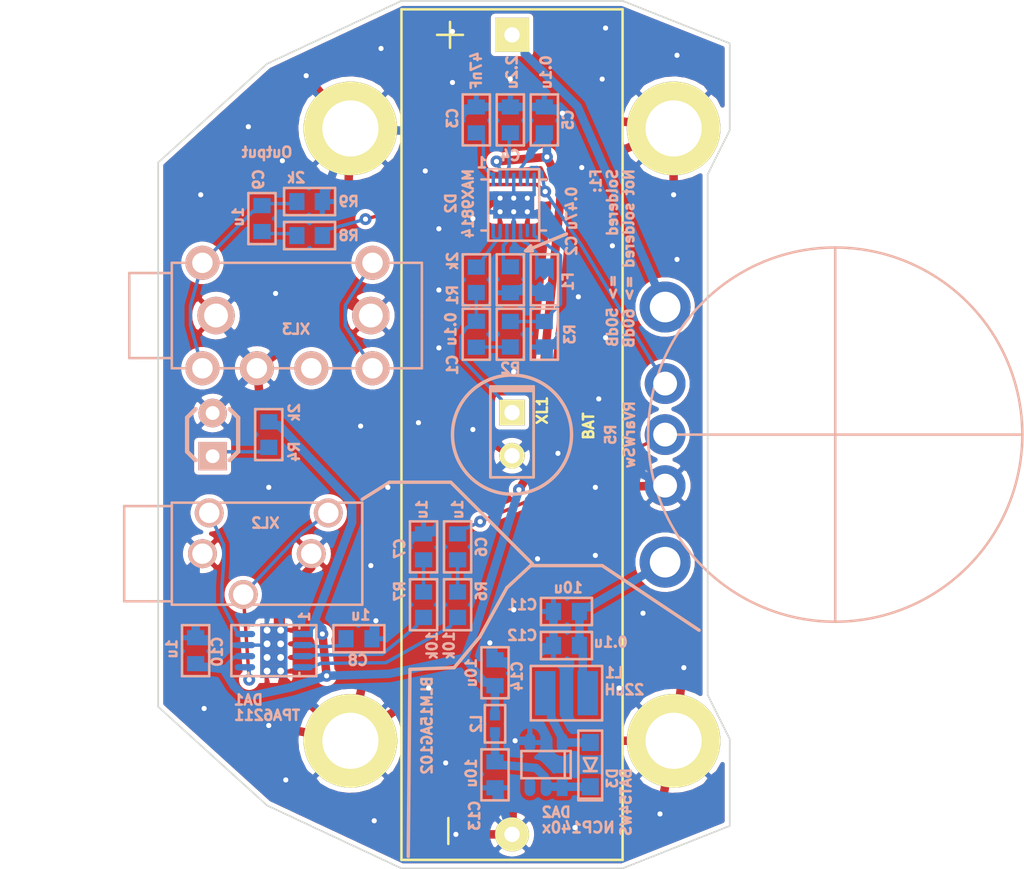
<source format=kicad_pcb>
(kicad_pcb (version 4) (host pcbnew 4.0.2-stable)
  (layers (0 F.Cu signal hide) (31 B.Cu signal hide) (36 B.SilkS user) (37 F.SilkS user) (38 B.Mask user) (39 F.Mask user) (44 Edge.Cuts user))
  (net 0 "")
  (net 1 "Net-(C1-Pad1)")
  (net 2 GND)
  (net 3 "Net-(C2-Pad1)")
  (net 4 "Net-(C3-Pad1)")
  (net 5 "Net-(C4-Pad1)")
  (net 6 /MICIN)
  (net 7 "Net-(C7-Pad1)")
  (net 8 "Net-(C9-Pad1)")
  (net 9 "Net-(C9-Pad2)")
  (net 10 /MICBIAS)
  (net 11 "Net-(C1-Pad2)")
  (net 12 "Net-(C8-Pad1)")
  (net 13 "Net-(D1-PadA)")
  (net 14 "Net-(D2-Pad10)")
  (net 15 +BATT)
  (net 16 +3.3V)
  (net 17 "Net-(C6-Pad1)")
  (net 18 "Net-(C6-Pad2)")
  (net 19 /Output)
  (net 20 "Net-(DA1-Pad3)")
  (net 21 "Net-(DA1-Pad4)")
  (net 22 "Net-(DA1-Pad5)")
  (net 23 "Net-(DA1-Pad8)")
  (net 24 "Net-(XL3-Pad3)")
  (net 25 /BAT_IN)
  (net 26 /3v3unfil)
  (net 27 /Lout)
  (module Capacitors:CAP_0603 (layer B.Cu) (at 138.4 80.8 270)
    (fp_text reference C2 (at -2 -3.6 450) (layer B.SilkS) (effects (font (size 0.6 0.6)) (justify mirror)))
    (fp_text value 0.47u (at -4.2 -3.6 270) (layer B.SilkS) (effects (font (size 0.6 0.6)) (justify mirror)))
    (pad 1 smd rect (at -0.762 0 270) (size 0.889 1.016) (layers B.Cu B.Mask) (net 3 "Net-(C2-Pad1)"))
    (pad 2 smd rect (at 0.762 0 270) (size 0.889 1.016) (layers B.Cu B.Mask) (net 2 GND))
  )
  (module Capacitors:CAP_0603 (layer B.Cu) (at 136.4 84 270)
    (fp_text reference C1 (at 1.8 1.4 270) (layer B.SilkS) (effects (font (size 0.6 0.6)) (justify mirror)))
    (fp_text value 0.1u (at -0.3 1.5 450) (layer B.SilkS) (effects (font (size 0.6 0.6)) (justify mirror)))
    (pad 1 smd rect (at -0.762 0 270) (size 0.889 1.016) (layers B.Cu B.Mask) (net 1 "Net-(C1-Pad1)"))
    (pad 2 smd rect (at 0.762 0 270) (size 0.889 1.016) (layers B.Cu B.Mask) (net 11 "Net-(C1-Pad2)"))
  )
  (module Capacitors:CAP_0603 (layer B.Cu) (at 136.4 71.4 90)
    (fp_text reference C3 (at 0.1 -1.4 90) (layer B.SilkS) (effects (font (size 0.6 0.6)) (justify mirror)))
    (fp_text value 47nF (at 2.9 0 90) (layer B.SilkS) (effects (font (size 0.6 0.6)) (justify mirror)))
    (pad 1 smd rect (at -0.762 0 90) (size 0.889 1.016) (layers B.Cu B.Mask) (net 4 "Net-(C3-Pad1)"))
    (pad 2 smd rect (at 0.762 0 90) (size 0.889 1.016) (layers B.Cu B.Mask) (net 2 GND))
  )
  (module Capacitors:CAP_0603 (layer B.Cu) (at 138.4 71.4 90)
    (fp_text reference C4 (at -2.1 0 180) (layer B.SilkS) (effects (font (size 0.6 0.6)) (justify mirror)))
    (fp_text value 2.2u (at 2.8 0.1 90) (layer B.SilkS) (effects (font (size 0.6 0.6)) (justify mirror)))
    (pad 1 smd rect (at -0.762 0 90) (size 0.889 1.016) (layers B.Cu B.Mask) (net 5 "Net-(C4-Pad1)"))
    (pad 2 smd rect (at 0.762 0 90) (size 0.889 1.016) (layers B.Cu B.Mask) (net 2 GND))
  )
  (module Capacitors:CAP_0603 (layer B.Cu) (at 140.4 71.4 90)
    (fp_text reference C5 (at 0 1.4 90) (layer B.SilkS) (effects (font (size 0.6 0.6)) (justify mirror)))
    (fp_text value 0.1u (at 2.8 0.1 90) (layer B.SilkS) (effects (font (size 0.6 0.6)) (justify mirror)))
    (pad 1 smd rect (at -0.762 0 90) (size 0.889 1.016) (layers B.Cu B.Mask) (net 16 +3.3V))
    (pad 2 smd rect (at 0.762 0 90) (size 0.889 1.016) (layers B.Cu B.Mask) (net 2 GND))
  )
  (module Resistors:RES_0603_SOLDERFUSE (layer B.Cu) (at 140.4 80.8 270)
    (fp_text reference F1 (at 0.1 -1.4 270) (layer B.SilkS) (effects (font (size 0.6 0.6)) (justify mirror)))
    (fp_text value Fuse0R hide)
    (fp_line (start -0.3 -0.2) (end -0.3 0.15) (layer B.Cu) (width 0.1))
    (fp_line (start -0.3 0.15) (end -0.15 0) (layer B.Cu) (width 0.1))
    (fp_line (start -0.15 0) (end -0.25 -0.1) (layer B.Cu) (width 0.1))
    (fp_line (start -0.25 -0.1) (end -0.25 0) (layer B.Cu) (width 0.1))
    (fp_line (start -0.15 -0.45) (end -0.3 -0.45) (layer B.Cu) (width 0.1))
    (fp_line (start -0.3 -0.45) (end -0.3 -0.35) (layer B.Cu) (width 0.1))
    (fp_line (start -0.3 -0.35) (end -0.25 -0.4) (layer B.Cu) (width 0.1))
    (fp_line (start 0.35 -0.4) (end 0.25 -0.25) (layer B.Cu) (width 0.1))
    (fp_line (start 0.25 -0.25) (end 0.35 -0.15) (layer B.Cu) (width 0.1))
    (fp_line (start 0.35 -0.15) (end 0.35 -0.3) (layer B.Cu) (width 0.1))
    (fp_line (start 0.35 0.15) (end 0.25 0.25) (layer B.Cu) (width 0.1))
    (fp_line (start 0.25 0.25) (end 0.35 0.35) (layer B.Cu) (width 0.1))
    (fp_line (start 0.35 0.35) (end 0.35 0.25) (layer B.Cu) (width 0.1))
    (fp_line (start -0.3 0.45) (end -0.2 0.45) (layer B.Cu) (width 0.1))
    (fp_line (start -0.2 0.45) (end -0.3 0.35) (layer B.Cu) (width 0.1))
    (fp_line (start -0.05 0.5) (end -0.35 0.5) (layer B.Cu) (width 0.1))
    (fp_line (start -0.35 0.5) (end -0.35 -0.5) (layer B.Cu) (width 0.1))
    (fp_line (start -0.35 -0.5) (end -0.05 -0.5) (layer B.Cu) (width 0.1))
    (fp_line (start 0.4 0.5) (end 0.15 0.25) (layer B.Cu) (width 0.1))
    (fp_line (start 0.15 0.25) (end 0.4 0) (layer B.Cu) (width 0.1))
    (fp_line (start 0.4 0) (end 0.15 -0.25) (layer B.Cu) (width 0.1))
    (fp_line (start 0.15 -0.25) (end 0.4 -0.5) (layer B.Cu) (width 0.1))
    (fp_line (start 0.4 -0.5) (end 0.4 0.5) (layer B.Cu) (width 0.1))
    (fp_line (start -0.05 0) (end -0.3 -0.25) (layer B.Cu) (width 0.1))
    (fp_line (start -0.3 -0.25) (end -0.05 -0.5) (layer B.Cu) (width 0.1))
    (fp_line (start -0.05 0) (end -0.3 0.25) (layer B.Cu) (width 0.1))
    (fp_line (start -0.3 0.25) (end -0.05 0.5) (layer B.Cu) (width 0.1))
    (pad 1 smd rect (at -0.75 0 270) (size 1 1.1) (layers B.Cu B.Mask) (net 14 "Net-(D2-Pad10)"))
    (pad 2 smd rect (at 0.8 0 270) (size 0.9 1.1) (layers B.Cu B.Mask) (net 2 GND))
  )
  (module Resistors:RES_0603 (layer B.Cu) (at 136.4 80.8 90)
    (fp_text reference R1 (at -0.9 -1.4 90) (layer B.SilkS) (effects (font (size 0.6 0.6)) (justify mirror)))
    (fp_text value 2k (at 1.1 -1.4 90) (layer B.SilkS) (effects (font (size 0.6 0.6)) (justify mirror)))
    (pad 1 smd rect (at -0.75 0 90) (size 0.9 1) (layers B.Cu B.Mask) (net 1 "Net-(C1-Pad1)"))
    (pad 2 smd rect (at 0.75 0 90) (size 0.9 1) (layers B.Cu B.Mask) (net 10 /MICBIAS))
  )
  (module LEDs:LED_Through-Hole-3mm (layer B.Cu) (at 120.9 89.9 90)
    (fp_text reference D1 hide)
    (fp_text value LED hide)
    (pad A thru_hole rect (at -1.27 0 90) (size 1.6764 1.6764) (drill 0.8128) (layers *.Cu *.Mask B.SilkS) (net 13 "Net-(D1-PadA)"))
    (pad C thru_hole circle (at 1.27 0 90) (size 1.6764 1.6764) (drill 0.8128) (layers *.Cu *.Mask B.SilkS) (net 2 GND))
  )
  (module PCB:Hole3d3_out5d5mm (layer F.Cu) (at 129 107.9)
    (fp_text reference HOLE1 hide)
    (fp_text value HOLE_METALLED hide)
    (pad H thru_hole circle (at 0 0) (size 5.5 5.5) (drill 3.3) (layers *.Cu *.Mask F.SilkS) (net 2 GND))
  )
  (module PCB:Hole3d3_out5d5mm (layer F.Cu) (at 129 71.9)
    (fp_text reference HOLE2 hide)
    (fp_text value HOLE_METALLED hide)
    (pad H thru_hole circle (at 0 0) (size 5.5 5.5) (drill 3.3) (layers *.Cu *.Mask F.SilkS) (net 2 GND))
  )
  (module Resistors:RES_0603 (layer B.Cu) (at 138.4 84 90)
    (fp_text reference R2 (at -2 0 180) (layer B.SilkS) (effects (font (size 0.6 0.6)) (justify mirror)))
    (fp_text value 0R hide)
    (pad 1 smd rect (at -0.75 0 90) (size 0.9 1) (layers B.Cu B.Mask) (net 11 "Net-(C1-Pad2)"))
    (pad 2 smd rect (at 0.75 0 90) (size 0.9 1) (layers B.Cu B.Mask) (net 6 /MICIN))
  )
  (module Resistors:RES_0603 (layer B.Cu) (at 140.4 84 270)
    (fp_text reference R3 (at 0 -1.5 270) (layer B.SilkS) (effects (font (size 0.6 0.6)) (justify mirror)))
    (fp_text value DNM hide)
    (pad 1 smd rect (at -0.75 0 270) (size 0.9 1) (layers B.Cu B.Mask) (net 6 /MICIN))
    (pad 2 smd rect (at 0.75 0 270) (size 0.9 1) (layers B.Cu B.Mask) (net 2 GND))
  )
  (module Resistors:RES_0603 (layer B.Cu) (at 124.2 89.9 270)
    (fp_text reference R4 (at 1 -1.5 270) (layer B.SilkS) (effects (font (size 0.6 0.6)) (justify mirror)))
    (fp_text value 2k (at -1.3 -1.5 270) (layer B.SilkS) (effects (font (size 0.6 0.6)) (justify mirror)))
    (pad 1 smd rect (at -0.75 0 270) (size 0.9 1) (layers B.Cu B.Mask) (net 16 +3.3V))
    (pad 2 smd rect (at 0.75 0 270) (size 0.9 1) (layers B.Cu B.Mask) (net 13 "Net-(D1-PadA)"))
  )
  (module Resistors:RES_0603 (layer B.Cu) (at 126.6 76.2)
    (fp_text reference R9 (at 2.3 0) (layer B.SilkS) (effects (font (size 0.6 0.6)) (justify mirror)))
    (fp_text value 2k (at -0.8 -1.4 180) (layer B.SilkS) (effects (font (size 0.6 0.6)) (justify mirror)))
    (pad 1 smd rect (at -0.75 0) (size 0.9 1) (layers B.Cu B.Mask) (net 9 "Net-(C9-Pad2)"))
    (pad 2 smd rect (at 0.75 0) (size 0.9 1) (layers B.Cu B.Mask) (net 2 GND))
  )
  (module Connectors:PLS-2 (layer F.Cu) (at 138.5 88.6 270)
    (fp_text reference XL1 (at -0.127 -1.778 270) (layer F.SilkS) (effects (font (size 0.6 0.6))))
    (fp_text value CONN_2 hide)
    (pad 1 thru_hole rect (at 0 0 270) (size 1.5 1.5) (drill 0.9) (layers *.Cu *.Mask F.SilkS) (net 1 "Net-(C1-Pad1)"))
    (pad 2 thru_hole circle (at 2.54 0 270) (size 1.5 1.5) (drill 0.9) (layers *.Cu *.Mask F.SilkS) (net 2 GND))
  )
  (module QFN_DFN:DFN14 (layer B.Cu) (at 138.6 76.4)
    (fp_text reference D2 (at -3.7 -0.1 90) (layer B.SilkS) (effects (font (size 0.6 0.6)) (justify mirror)))
    (fp_text value MAX9814 (at -2.6758 -0.0797 90) (layer B.SilkS) (effects (font (size 0.6 0.6)) (justify mirror)))
    (fp_text user 1 (at -1.8758 -2.4797) (layer B.SilkS) (effects (font (size 0.6 0.6)) (justify mirror)))
    (pad PAD thru_hole rect (at 0 0.4) (size 0.8 0.8) (drill 0.3) (layers *.Cu B.Mask) (net 2 GND))
    (pad PAD thru_hole rect (at 0 -0.4) (size 0.8 0.8) (drill 0.3) (layers *.Cu B.Mask) (net 2 GND))
    (pad PAD thru_hole rect (at 0.8 0.4) (size 0.8 0.8) (drill 0.3) (layers *.Cu B.Mask) (net 2 GND))
    (pad PAD thru_hole rect (at 0.8 -0.4) (size 0.8 0.8) (drill 0.3) (layers *.Cu B.Mask) (net 2 GND))
    (pad PAD thru_hole rect (at -0.8 0.4) (size 0.8 0.8) (drill 0.3) (layers *.Cu B.Mask) (net 2 GND))
    (pad PAD thru_hole rect (at -0.8 -0.4) (size 0.8 0.8) (drill 0.3) (layers *.Cu B.Mask) (net 2 GND))
    (pad 1 smd rect (at -1.2 -1.5) (size 0.2 0.8) (layers B.Cu B.Mask) (net 4 "Net-(C3-Pad1)"))
    (pad 2 smd oval (at -0.8 -1.5) (size 0.2 0.8) (layers B.Cu B.Mask) (net 16 +3.3V))
    (pad 3 smd oval (at -0.4 -1.5) (size 0.2 0.8) (layers B.Cu B.Mask) (net 5 "Net-(C4-Pad1)"))
    (pad 4 smd oval (at 0 -1.5) (size 0.2 0.8) (layers B.Cu B.Mask) (net 2 GND))
    (pad 5 smd oval (at 0.4 -1.5) (size 0.2 0.8) (layers B.Cu B.Mask) (net 16 +3.3V))
    (pad 6 smd oval (at 0.8 -1.5) (size 0.2 0.8) (layers B.Cu B.Mask) (net 19 /Output))
    (pad 7 smd oval (at 1.2 -1.5) (size 0.2 0.8) (layers B.Cu B.Mask) (net 2 GND))
    (pad 8 smd oval (at 1.2 1.5) (size 0.2 0.8) (layers B.Cu B.Mask) (net 6 /MICIN))
    (pad 9 smd oval (at 0.8 1.5) (size 0.2 0.8) (layers B.Cu B.Mask))
    (pad 10 smd oval (at 0.4 1.5) (size 0.2 0.8) (layers B.Cu B.Mask) (net 14 "Net-(D2-Pad10)"))
    (pad 11 smd oval (at 0 1.5) (size 0.2 0.8) (layers B.Cu B.Mask) (net 2 GND))
    (pad 12 smd oval (at -0.4 1.5) (size 0.2 0.8) (layers B.Cu B.Mask) (net 3 "Net-(C2-Pad1)"))
    (pad 13 smd oval (at -0.8 1.5) (size 0.2 0.8) (layers B.Cu B.Mask) (net 10 /MICBIAS))
    (pad 14 smd oval (at -1.2 1.5) (size 0.2 0.8) (layers B.Cu B.Mask) (net 10 /MICBIAS))
  )
  (module Capacitors:CAP_0603 (layer B.Cu) (at 135.3 96.5 270)
    (fp_text reference C6 (at 0 -1.4 270) (layer B.SilkS) (effects (font (size 0.6 0.6)) (justify mirror)))
    (fp_text value 1u (at -2.2 0 270) (layer B.SilkS) (effects (font (size 0.6 0.6)) (justify mirror)))
    (pad 1 smd rect (at -0.762 0 270) (size 0.889 1.016) (layers B.Cu B.Mask) (net 17 "Net-(C6-Pad1)"))
    (pad 2 smd rect (at 0.762 0 270) (size 0.889 1.016) (layers B.Cu B.Mask) (net 18 "Net-(C6-Pad2)"))
  )
  (module Capacitors:CAP_0603 (layer B.Cu) (at 133.3 96.5 90)
    (fp_text reference C7 (at -0.1 -1.4 90) (layer B.SilkS) (effects (font (size 0.6 0.6)) (justify mirror)))
    (fp_text value 1u (at 2.2 -0.1 90) (layer B.SilkS) (effects (font (size 0.6 0.6)) (justify mirror)))
    (pad 1 smd rect (at -0.762 0 90) (size 0.889 1.016) (layers B.Cu B.Mask) (net 7 "Net-(C7-Pad1)"))
    (pad 2 smd rect (at 0.762 0 90) (size 0.889 1.016) (layers B.Cu B.Mask) (net 2 GND))
  )
  (module Capacitors:CAP_0603 (layer B.Cu) (at 129.5 101.9)
    (fp_text reference C8 (at -0.0635 1.27) (layer B.SilkS) (effects (font (size 0.6 0.6)) (justify mirror)))
    (fp_text value 1u (at 0.09906 -1.39954) (layer B.SilkS) (effects (font (size 0.6 0.6)) (justify mirror)))
    (pad 1 smd rect (at -0.762 0) (size 0.889 1.016) (layers B.Cu B.Mask) (net 12 "Net-(C8-Pad1)"))
    (pad 2 smd rect (at 0.762 0) (size 0.889 1.016) (layers B.Cu B.Mask) (net 2 GND))
  )
  (module Capacitors:CAP_0603 (layer B.Cu) (at 123.8 77.2 90)
    (fp_text reference C9 (at 2.3 -0.2 90) (layer B.SilkS) (effects (font (size 0.6 0.6)) (justify mirror)))
    (fp_text value 1u (at 0.09906 -1.39954 90) (layer B.SilkS) (effects (font (size 0.6 0.6)) (justify mirror)))
    (pad 1 smd rect (at -0.762 0 90) (size 0.889 1.016) (layers B.Cu B.Mask) (net 8 "Net-(C9-Pad1)"))
    (pad 2 smd rect (at 0.762 0 90) (size 0.889 1.016) (layers B.Cu B.Mask) (net 9 "Net-(C9-Pad2)"))
  )
  (module Capacitors:CAP_0603 (layer B.Cu) (at 119.9 102.6 90)
    (fp_text reference C10 (at -0.0635 1.27 90) (layer B.SilkS) (effects (font (size 0.6 0.6)) (justify mirror)))
    (fp_text value 1u (at 0.09906 -1.39954 90) (layer B.SilkS) (effects (font (size 0.6 0.6)) (justify mirror)))
    (pad 1 smd rect (at -0.762 0 90) (size 0.889 1.016) (layers B.Cu B.Mask) (net 16 +3.3V))
    (pad 2 smd rect (at 0.762 0 90) (size 0.889 1.016) (layers B.Cu B.Mask) (net 2 GND))
  )
  (module QFN_DFN:DRB8 (layer B.Cu) (at 124.5 102.6 270)
    (fp_text reference DA1 (at 2.9 1.5 360) (layer B.SilkS) (effects (font (size 0.6 0.6)) (justify mirror)))
    (fp_text value TPA6211 (at 3.8 0.4 360) (layer B.SilkS) (effects (font (size 0.6 0.6)) (justify mirror)))
    (fp_text user 1 (at -2 -1.8 270) (layer B.SilkS) (effects (font (size 0.6 0.6)) (justify mirror)))
    (pad 1 smd rect (at -0.975 -1.7 180) (size 1.2 0.37) (layers B.Cu B.Mask) (net 16 +3.3V))
    (pad 2 smd oval (at -0.325 -1.7 180) (size 1.2 0.37) (layers B.Cu B.Mask) (net 12 "Net-(C8-Pad1)"))
    (pad 3 smd oval (at 0.325 -1.7 180) (size 1.2 0.37) (layers B.Cu B.Mask) (net 20 "Net-(DA1-Pad3)"))
    (pad 4 smd oval (at 0.975 -1.7 180) (size 1.2 0.37) (layers B.Cu B.Mask) (net 21 "Net-(DA1-Pad4)"))
    (pad 5 smd oval (at 0.975 1.7 180) (size 1.2 0.37) (layers B.Cu B.Mask) (net 22 "Net-(DA1-Pad5)"))
    (pad 6 smd oval (at 0.325 1.7 180) (size 1.2 0.37) (layers B.Cu B.Mask) (net 16 +3.3V))
    (pad 7 smd oval (at -0.325 1.7 180) (size 1.2 0.37) (layers B.Cu B.Mask) (net 2 GND))
    (pad 8 smd oval (at -0.975 1.7 180) (size 1.2 0.37) (layers B.Cu B.Mask) (net 23 "Net-(DA1-Pad8)"))
    (pad PAD thru_hole rect (at -1.2 0.4 180) (size 0.8 0.8) (drill 0.4) (layers *.Cu B.Mask) (net 2 GND))
    (pad PAD thru_hole rect (at -0.4 0.4 180) (size 0.8 0.8) (drill 0.4) (layers *.Cu B.Mask) (net 2 GND))
    (pad PAD thru_hole rect (at 0.4 0.4 180) (size 0.8 0.8) (drill 0.4) (layers *.Cu B.Mask) (net 2 GND))
    (pad PAD thru_hole rect (at 1.2 0.4 180) (size 0.8 0.8) (drill 0.4) (layers *.Cu B.Mask) (net 2 GND))
    (pad PAD thru_hole rect (at -1.2 -0.4 180) (size 0.8 0.8) (drill 0.4) (layers *.Cu B.Mask) (net 2 GND))
    (pad PAD thru_hole rect (at -0.4 -0.4 180) (size 0.8 0.8) (drill 0.4) (layers *.Cu B.Mask) (net 2 GND))
    (pad PAD thru_hole rect (at 0.4 -0.4 180) (size 0.8 0.8) (drill 0.4) (layers *.Cu B.Mask) (net 2 GND))
    (pad PAD thru_hole rect (at 1.2 -0.4 180) (size 0.8 0.8) (drill 0.4) (layers *.Cu B.Mask) (net 2 GND))
  )
  (module Resistors:RES_0603 (layer B.Cu) (at 135.3 99.9 270)
    (fp_text reference R6 (at -0.8 -1.4 270) (layer B.SilkS) (effects (font (size 0.6 0.6)) (justify mirror)))
    (fp_text value 10k (at 2.4 0.5 270) (layer B.SilkS) (effects (font (size 0.6 0.6)) (justify mirror)))
    (pad 1 smd rect (at -0.75 0 270) (size 0.9 1) (layers B.Cu B.Mask) (net 18 "Net-(C6-Pad2)"))
    (pad 2 smd rect (at 0.75 0 270) (size 0.9 1) (layers B.Cu B.Mask) (net 21 "Net-(DA1-Pad4)"))
  )
  (module Resistors:RES_0603 (layer B.Cu) (at 133.3 99.9 270)
    (fp_text reference R7 (at -0.8 1.4 270) (layer B.SilkS) (effects (font (size 0.6 0.6)) (justify mirror)))
    (fp_text value 10k (at 2.4 -0.5 270) (layer B.SilkS) (effects (font (size 0.6 0.6)) (justify mirror)))
    (pad 1 smd rect (at -0.75 0 270) (size 0.9 1) (layers B.Cu B.Mask) (net 7 "Net-(C7-Pad1)"))
    (pad 2 smd rect (at 0.75 0 270) (size 0.9 1) (layers B.Cu B.Mask) (net 20 "Net-(DA1-Pad3)"))
  )
  (module Resistors:RES_0603 (layer B.Cu) (at 126.6 78.2)
    (fp_text reference R8 (at 2.3 0) (layer B.SilkS) (effects (font (size 0.6 0.6)) (justify mirror)))
    (fp_text value 0R hide)
    (pad 1 smd rect (at -0.75 0) (size 0.9 1) (layers B.Cu B.Mask) (net 8 "Net-(C9-Pad1)"))
    (pad 2 smd rect (at 0.75 0) (size 0.9 1) (layers B.Cu B.Mask) (net 19 /Output))
  )
  (module Connectors:AUDIO_CKX3_5_30 (layer B.Cu) (at 118.5 96.9 180)
    (fp_text reference XL2 (at -5.5 1.8 180) (layer B.SilkS) (effects (font (size 0.6 0.6)) (justify mirror)))
    (fp_text value AudioJackSimple hide)
    (pad H thru_hole circle (at -1.80086 0 180) (size 1.69926 1.69926) (drill 1.19888) (layers *.Cu *.Mask B.SilkS) (net 2 GND))
    (pad 1 thru_hole circle (at -2.19964 2.4003 180) (size 1.69926 1.69926) (drill 1.19888) (layers *.Cu *.Mask B.SilkS) (net 23 "Net-(DA1-Pad8)"))
    (pad 2 thru_hole circle (at -4.20116 -2.4003 180) (size 1.69926 1.69926) (drill 1.19888) (layers *.Cu *.Mask B.SilkS) (net 22 "Net-(DA1-Pad5)"))
    (pad 3 thru_hole circle (at -9.19988 2.4003 180) (size 1.69926 1.69926) (drill 1.19888) (layers *.Cu *.Mask B.SilkS) (net 22 "Net-(DA1-Pad5)"))
    (pad H thru_hole circle (at -8.19912 0 180) (size 1.69926 1.69926) (drill 1.19888) (layers *.Cu *.Mask B.SilkS) (net 2 GND))
  )
  (module Connectors:Audio_ST013 (layer B.Cu) (at 118.5 82.9 180)
    (fp_text reference XL3 (at -7.3 -0.8 180) (layer B.SilkS) (effects (font (size 0.6 0.6)) (justify mirror)))
    (fp_text value AudioJackSimple_x4 hide)
    (pad H thru_hole circle (at -2.6 0 180) (size 2.2 2.2) (drill 1.4) (layers *.Cu *.Mask B.SilkS) (net 2 GND))
    (pad H thru_hole circle (at -11.7 0 180) (size 2.2 2.2) (drill 1.4) (layers *.Cu *.Mask B.SilkS) (net 2 GND))
    (pad 4 thru_hole circle (at -1.8 -3.1 180) (size 2 2) (drill 1.2) (layers *.Cu *.Mask B.SilkS) (net 9 "Net-(C9-Pad2)"))
    (pad 4 thru_hole circle (at -1.8 3.1 180) (size 2 2) (drill 1.2) (layers *.Cu *.Mask B.SilkS) (net 9 "Net-(C9-Pad2)"))
    (pad 1 thru_hole circle (at -5 -3.1 180) (size 2 2) (drill 1.2) (layers *.Cu *.Mask B.SilkS) (net 2 GND))
    (pad 2 thru_hole circle (at -8.2 -3.1 180) (size 2 2) (drill 1.2) (layers *.Cu *.Mask B.SilkS))
    (pad 3 thru_hole circle (at -11.8 -3.1 180) (size 2 2) (drill 1.2) (layers *.Cu *.Mask B.SilkS) (net 24 "Net-(XL3-Pad3)"))
    (pad 3 thru_hole circle (at -11.8 3.1 180) (size 2 2) (drill 1.2) (layers *.Cu *.Mask B.SilkS) (net 24 "Net-(XL3-Pad3)"))
  )
  (module Installation:BATTERY_AAA_X1 (layer F.Cu) (at 138.5 89.9 90)
    (fp_text reference B1 hide)
    (fp_text value BAT (at 0.50038 4.50088 90) (layer F.SilkS) (effects (font (size 0.6 0.6))))
    (fp_text user - (at -23.3 -3.9 90) (layer F.SilkS) (effects (font (size 2 2))))
    (fp_text user + (at 23.5 -3.8 90) (layer F.SilkS) (effects (font (size 2 2))))
    (pad A thru_hole rect (at 23.5 0 90) (size 2 2) (drill 0.9) (layers *.Cu *.Mask F.SilkS) (net 25 /BAT_IN))
    (pad C thru_hole circle (at -23.5 0 90) (size 2 2) (drill 0.9) (layers *.Cu *.Mask F.SilkS) (net 2 GND))
  )
  (module Capacitors:CAP_0603 (layer B.Cu) (at 141.7 100.3)
    (fp_text reference C11 (at -2.6 -0.4) (layer B.SilkS) (effects (font (size 0.6 0.6)) (justify mirror)))
    (fp_text value 10u (at 0.09906 -1.39954) (layer B.SilkS) (effects (font (size 0.6 0.6)) (justify mirror)))
    (pad 1 smd rect (at -0.762 0) (size 0.889 1.016) (layers B.Cu B.Mask) (net 2 GND))
    (pad 2 smd rect (at 0.762 0) (size 0.889 1.016) (layers B.Cu B.Mask) (net 15 +BATT))
  )
  (module Capacitors:CAP_0603 (layer B.Cu) (at 141.7 102.3)
    (fp_text reference C12 (at -2.6 -0.6) (layer B.SilkS) (effects (font (size 0.6 0.6)) (justify mirror)))
    (fp_text value 0.1u (at 2.6 -0.2) (layer B.SilkS) (effects (font (size 0.6 0.6)) (justify mirror)))
    (pad 1 smd rect (at -0.762 0) (size 0.889 1.016) (layers B.Cu B.Mask) (net 2 GND))
    (pad 2 smd rect (at 0.762 0) (size 0.889 1.016) (layers B.Cu B.Mask) (net 15 +BATT))
  )
  (module Capacitors:CAP_0603 (layer B.Cu) (at 137.5 109.9 90)
    (fp_text reference C13 (at -2.4 -1.2 90) (layer B.SilkS) (effects (font (size 0.6 0.6)) (justify mirror)))
    (fp_text value 10u (at 0.09906 -1.39954 90) (layer B.SilkS) (effects (font (size 0.6 0.6)) (justify mirror)))
    (pad 1 smd rect (at -0.762 0 90) (size 0.889 1.016) (layers B.Cu B.Mask) (net 2 GND))
    (pad 2 smd rect (at 0.762 0 90) (size 0.889 1.016) (layers B.Cu B.Mask) (net 26 /3v3unfil))
  )
  (module Capacitors:CAP_0603 (layer B.Cu) (at 137.5 103.9 270)
    (fp_text reference C14 (at 0.2 -1.3 270) (layer B.SilkS) (effects (font (size 0.6 0.6)) (justify mirror)))
    (fp_text value 10u (at 0 1.4 270) (layer B.SilkS) (effects (font (size 0.6 0.6)) (justify mirror)))
    (pad 1 smd rect (at -0.762 0 270) (size 0.889 1.016) (layers B.Cu B.Mask) (net 2 GND))
    (pad 2 smd rect (at 0.762 0 270) (size 0.889 1.016) (layers B.Cu B.Mask) (net 16 +3.3V))
  )
  (module Diodes:SOD323 (layer B.Cu) (at 143.1 109.3 90)
    (fp_text reference D3 (at -0.8 1.3 90) (layer B.SilkS) (effects (font (size 0.59944 0.59944) (thickness 0.14986)) (justify mirror)))
    (fp_text value BAT54WS (at -2.2 2.1 90) (layer B.SilkS) (effects (font (size 0.59944 0.59944) (thickness 0.14986)) (justify mirror)))
    (pad C smd rect (at -1.30048 0 90) (size 1.00076 1.00076) (layers B.Cu B.Mask) (net 26 /3v3unfil))
    (pad A smd rect (at 1.30048 0 90) (size 1.00076 1.00076) (layers B.Cu B.Mask) (net 27 /Lout))
  )
  (module SOT:SOT23-5 (layer B.Cu) (at 140.5 109.3 180)
    (fp_text reference DA2 (at -0.6 -2.8 180) (layer B.SilkS) (effects (font (size 0.6 0.6)) (justify mirror)))
    (fp_text value NCP140x (at -1.9 -3.7 180) (layer B.SilkS) (effects (font (size 0.635 0.635) (thickness 0.14986)) (justify mirror)))
    (pad 1 smd rect (at -0.95 -1.3 180) (size 0.635 1.1) (layers B.Cu B.Mask) (net 26 /3v3unfil))
    (pad 2 smd oval (at 0 -1.3 180) (size 0.635 1.1) (layers B.Cu B.Mask) (net 26 /3v3unfil))
    (pad 3 smd oval (at 0.95 -1.3 180) (size 0.635 1.1) (layers B.Cu B.Mask))
    (pad 4 smd oval (at 0.95 1.3 180) (size 0.635 1.1) (layers B.Cu B.Mask) (net 2 GND))
    (pad 5 smd oval (at -0.95 1.3 180) (size 0.635 1.1) (layers B.Cu B.Mask) (net 27 /Lout))
  )
  (module PCB:Hole3d3_out5d5mm (layer F.Cu) (at 148 107.9)
    (fp_text reference HOLE3 hide)
    (fp_text value HOLE_METALLED hide)
    (pad H thru_hole circle (at 0 0) (size 5.5 5.5) (drill 3.3) (layers *.Cu *.Mask F.SilkS) (net 2 GND))
  )
  (module PCB:Hole3d3_out5d5mm (layer F.Cu) (at 148 71.9)
    (fp_text reference HOLE4 hide)
    (fp_text value HOLE_METALLED hide)
    (pad H thru_hole circle (at 0 0) (size 5.5 5.5) (drill 3.3) (layers *.Cu *.Mask F.SilkS) (net 2 GND))
  )
  (module Inductors:IND_1210_LQH32C (layer B.Cu) (at 141.7 105.1)
    (fp_text reference L1 (at 2.8 -1.2) (layer B.SilkS) (effects (font (size 0.6 0.6)) (justify mirror)))
    (fp_text value 22uH (at 3.4 -0.2) (layer B.SilkS) (effects (font (size 0.6 0.6)) (justify mirror)))
    (pad 1 smd rect (at -1.25 0) (size 1.2 2.6) (layers B.Cu B.Mask) (net 27 /Lout))
    (pad 2 smd rect (at 1.25 0) (size 1.2 2.6) (layers B.Cu B.Mask) (net 15 +BATT))
  )
  (module Inductors:IND_0402 (layer B.Cu) (at 137.5 106.9 270)
    (fp_text reference L2 (at 0 1.1 270) (layer B.SilkS) (effects (font (size 0.6 0.6)) (justify mirror)))
    (fp_text value BLM15AG102 (at 0.1 4 270) (layer B.SilkS) (effects (font (size 0.6 0.6)) (justify mirror)))
    (pad 1 smd rect (at -0.5 0 270) (size 0.6 0.6) (layers B.Cu B.Mask) (net 16 +3.3V))
    (pad 2 smd rect (at 0.5 0 270) (size 0.6 0.6) (layers B.Cu B.Mask) (net 26 /3v3unfil))
  )
  (module Resistors:RVar_SP3_R (layer B.Cu) (at 157.5 89.9 90)
    (fp_text reference R5 (at 0 -13.2 270) (layer B.SilkS) (effects (font (size 0.6 0.6)) (justify mirror)))
    (fp_text value RVarWSw (at 0 -12.1 270) (layer B.SilkS) (effects (font (size 0.6 0.6)) (justify mirror)))
    (pad 3 thru_hole circle (at 0 -10 90) (size 2.4 2.4) (drill 1.4) (layers *.Cu *.Mask) (net 17 "Net-(C6-Pad1)"))
    (pad 1 thru_hole circle (at 3 -10 90) (size 2.4 2.4) (drill 1.4) (layers *.Cu *.Mask) (net 19 /Output))
    (pad 2 thru_hole circle (at -3 -10 90) (size 2.4 2.4) (drill 1.4) (layers *.Cu *.Mask) (net 2 GND))
    (pad 5 thru_hole circle (at -7.5 -10 90) (size 3 3) (drill 1.8) (layers *.Cu *.Mask) (net 15 +BATT))
    (pad 4 thru_hole circle (at 7.5 -10 90) (size 3 3) (drill 1.8) (layers *.Cu *.Mask) (net 25 /BAT_IN))
  )
  (gr_text Output (at 124.1 73.3) (layer B.SilkS) (effects (font (size 0.6 0.6)) (justify mirror)))
  (gr_line (start 134.9 92.7) (end 139.7 97.5) (angle 90) (layer B.SilkS) (width 0.2))
  (gr_line (start 131.3 92.7) (end 134.9 92.7) (angle 90) (layer B.SilkS) (width 0.2))
  (gr_line (start 129.7 93.7) (end 131.3 92.7) (angle 90) (layer B.SilkS) (width 0.2))
  (gr_line (start 143.8 97.6) (end 149.5 101.4) (angle 90) (layer B.SilkS) (width 0.2))
  (gr_line (start 139.6 97.6) (end 143.8 97.6) (angle 90) (layer B.SilkS) (width 0.2))
  (gr_line (start 138.2 98.9) (end 139.6 97.6) (angle 90) (layer B.SilkS) (width 0.2))
  (gr_line (start 136.6 101.8) (end 138.2 98.9) (angle 90) (layer B.SilkS) (width 0.2))
  (gr_line (start 135.1 103.6) (end 136.6 101.8) (angle 90) (layer B.SilkS) (width 0.2))
  (gr_line (start 132.5 103.7) (end 135.1 103.6) (angle 90) (layer B.SilkS) (width 0.2))
  (gr_line (start 132.4 114.7) (end 132.5 103.7) (angle 90) (layer B.SilkS) (width 0.2))
  (gr_line (start 139.3 79.1) (end 139.7 79.1) (angle 90) (layer B.SilkS) (width 0.2))
  (gr_line (start 139.3 79.1) (end 139.6 78.8) (angle 90) (layer B.SilkS) (width 0.2))
  (gr_line (start 139.3 79.1) (end 141.7 78.1) (angle 90) (layer B.SilkS) (width 0.2))
  (gr_line (start 117.7 105.9) (end 117.7 73.9) (angle 90) (layer Edge.Cuts) (width 0.1))
  (gr_line (start 124.1 68.1) (end 117.7 73.9) (angle 90) (layer Edge.Cuts) (width 0.1))
  (gr_line (start 124.1 111.7) (end 117.7 105.9) (angle 90) (layer Edge.Cuts) (width 0.1))
  (gr_line (start 132 115.4) (end 124.1 111.7) (angle 90) (layer Edge.Cuts) (width 0.1))
  (gr_line (start 132 64.4) (end 124.1 68.1) (angle 90) (layer Edge.Cuts) (width 0.1))
  (gr_line (start 150 105.2) (end 151.3 107.8) (angle 90) (layer Edge.Cuts) (width 0.1))
  (gr_line (start 150 74.6) (end 150 105.2) (angle 90) (layer Edge.Cuts) (width 0.1))
  (gr_line (start 151.3 72) (end 150 74.6) (angle 90) (layer Edge.Cuts) (width 0.1))
  (gr_line (start 151.3 66.9) (end 151.3 72) (angle 90) (layer Edge.Cuts) (width 0.1))
  (gr_line (start 151.3 112.9) (end 151.3 107.8) (angle 90) (layer Edge.Cuts) (width 0.1))
  (gr_line (start 145 115.4) (end 151.3 112.9) (angle 90) (layer Edge.Cuts) (width 0.1))
  (gr_line (start 132 115.4) (end 145 115.4) (angle 90) (layer Edge.Cuts) (width 0.1))
  (gr_line (start 145 64.4) (end 151.3 66.9) (angle 90) (layer Edge.Cuts) (width 0.1))
  (gr_line (start 132 64.4) (end 145 64.4) (angle 90) (layer Edge.Cuts) (width 0.1))
  (gr_circle (center 138.5 89.9) (end 135 89.9) (layer B.SilkS) (width 0.2))
  (gr_text "F1: \nSoldered     => 50dB\nNot soldered => 60dB" (at 144.4 74.2 90) (layer B.SilkS) (effects (font (size 0.6 0.6)) (justify left mirror)))
  (segment (start 135.992 83.5825) (end 136.4 83.238) (width 0.2) (layer B.Cu) (net 1))
  (segment (start 135.892 83.5825) (end 135.992 83.5825) (width 0.2) (layer B.Cu) (net 1))
  (segment (start 135.8506 83.5825) (end 135.892 83.5825) (width 0.2) (layer B.Cu) (net 1))
  (segment (start 135.792 83.6411) (end 135.8506 83.5825) (width 0.2) (layer B.Cu) (net 1))
  (segment (start 135.492 84.1518) (end 135.792 83.6411) (width 0.2) (layer B.Cu) (net 1))
  (segment (start 135.492 85.0408) (end 135.492 84.1518) (width 0.2) (layer B.Cu) (net 1))
  (segment (start 135.492 85.3722) (end 135.492 85.0408) (width 0.2) (layer B.Cu) (net 1))
  (segment (start 137.85 87.8086) (end 135.492 85.3722) (width 0.2) (layer B.Cu) (net 1))
  (segment (start 137.85 87.85) (end 137.85 87.8086) (width 0.2) (layer B.Cu) (net 1))
  (segment (start 137.85 87.95) (end 137.85 87.85) (width 0.2) (layer B.Cu) (net 1))
  (segment (start 138.5 88.6) (end 137.85 87.95) (width 0.2) (layer B.Cu) (net 1))
  (segment (start 136.4 82.8935) (end 136.4 83.238) (width 0.2) (layer B.Cu) (net 1))
  (segment (start 136.4 82.7935) (end 136.4 82.8935) (width 0.2) (layer B.Cu) (net 1))
  (segment (start 136.4 82) (end 136.4 82.7935) (width 0.2) (layer B.Cu) (net 1))
  (segment (start 136.4 81.9) (end 136.4 82) (width 0.2) (layer B.Cu) (net 1))
  (segment (start 136.4 81.55) (end 136.4 81.9) (width 0.2) (layer B.Cu) (net 1))
  (segment (start 124.9 101.4) (end 124.9 99.5) (width 0.5) (layer F.Cu) (net 2))
  (segment (start 124.9 99.5) (end 126.69912 97.70088) (width 0.5) (layer F.Cu) (net 2))
  (segment (start 126.69912 97.70088) (end 126.69912 96.9) (width 0.5) (layer F.Cu) (net 2))
  (segment (start 119.9 101.838) (end 119.9 97.30086) (width 0.5) (layer B.Cu) (net 2))
  (segment (start 119.9 97.30086) (end 120.30086 96.9) (width 0.5) (layer B.Cu) (net 2))
  (via (at 141.458 71.0047) (size 0.7) (layers F.Cu B.Cu) (net 2))
  (via (at 138.6825 107.8962) (size 0.7) (layers F.Cu B.Cu) (net 2))
  (via (at 130.4983 100.842) (size 0.7) (layers F.Cu B.Cu) (net 2))
  (via (at 137.1965 102.1435) (size 0.7) (layers F.Cu B.Cu) (net 2))
  (via (at 124.2 107) (size 0.7) (layers F.Cu B.Cu) (net 2))
  (via (at 120.4 106) (size 0.7) (layers F.Cu B.Cu) (net 2))
  (via (at 125.2 110.2) (size 0.7) (layers F.Cu B.Cu) (net 2))
  (via (at 130.4 112.6) (size 0.7) (layers F.Cu B.Cu) (net 2))
  (via (at 135.2 113.4) (size 0.7) (layers F.Cu B.Cu) (net 2))
  (via (at 134.6 109.2) (size 0.7) (layers F.Cu B.Cu) (net 2))
  (via (at 133.6 104.8) (size 0.7) (layers F.Cu B.Cu) (net 2))
  (via (at 138.6 100.2) (size 0.7) (layers F.Cu B.Cu) (net 2))
  (via (at 140 97.2) (size 0.7) (layers F.Cu B.Cu) (net 2))
  (via (at 143.4 97) (size 0.7) (layers F.Cu B.Cu) (net 2))
  (via (at 146.2 100.4) (size 0.7) (layers F.Cu B.Cu) (net 2))
  (via (at 148.6 103.6) (size 0.7) (layers F.Cu B.Cu) (net 2))
  (via (at 142.2 113) (size 0.7) (layers F.Cu B.Cu) (net 2))
  (via (at 147.2 112.2) (size 0.7) (layers F.Cu B.Cu) (net 2))
  (via (at 144.8 104.8) (size 0.7) (layers F.Cu B.Cu) (net 2))
  (via (at 143.4 93) (size 0.7) (layers F.Cu B.Cu) (net 2))
  (via (at 141.2 91) (size 0.7) (layers F.Cu B.Cu) (net 2))
  (via (at 143.6 87.8) (size 0.7) (layers F.Cu B.Cu) (net 2))
  (via (at 144 84.2) (size 0.7) (layers F.Cu B.Cu) (net 2))
  (via (at 142.4 81.8) (size 0.7) (layers F.Cu B.Cu) (net 2))
  (via (at 138.6 86.2) (size 0.7) (layers F.Cu B.Cu) (net 2))
  (via (at 136.2 89.6) (size 0.7) (layers F.Cu B.Cu) (net 2))
  (via (at 144.4 78.8) (size 0.7) (layers F.Cu B.Cu) (net 2))
  (via (at 142.6 74.2) (size 0.7) (layers F.Cu B.Cu) (net 2))
  (via (at 148 75.8) (size 0.7) (layers F.Cu B.Cu) (net 2))
  (via (at 148.2 79.6) (size 0.7) (layers F.Cu B.Cu) (net 2))
  (via (at 148.2 67.6) (size 0.7) (layers F.Cu B.Cu) (net 2))
  (via (at 144 66) (size 0.7) (layers F.Cu B.Cu) (net 2))
  (via (at 143.8 69) (size 0.7) (layers F.Cu B.Cu) (net 2))
  (via (at 138.4 69) (size 0.7) (layers F.Cu B.Cu) (net 2))
  (via (at 135 66.2) (size 0.7) (layers F.Cu B.Cu) (net 2))
  (via (at 135 69.2) (size 0.7) (layers F.Cu B.Cu) (net 2))
  (via (at 130.8 67.2) (size 0.7) (layers F.Cu B.Cu) (net 2))
  (via (at 133.4 74.4) (size 0.7) (layers F.Cu B.Cu) (net 2))
  (via (at 134.2 77.8) (size 0.7) (layers F.Cu B.Cu) (net 2))
  (via (at 136.2 77.2) (size 0.7) (layers F.Cu B.Cu) (net 2))
  (via (at 134.2 81.4) (size 0.7) (layers F.Cu B.Cu) (net 2))
  (via (at 134.2 84.8) (size 0.7) (layers F.Cu B.Cu) (net 2))
  (via (at 124.6 81.6) (size 0.7) (layers F.Cu B.Cu) (net 2))
  (via (at 133 89.2) (size 0.7) (layers F.Cu B.Cu) (net 2))
  (via (at 129.6 89.4) (size 0.7) (layers F.Cu B.Cu) (net 2))
  (via (at 120.2 75.8) (size 0.7) (layers F.Cu B.Cu) (net 2))
  (via (at 123 71.8) (size 0.7) (layers F.Cu B.Cu) (net 2))
  (via (at 125 73.8) (size 0.7) (layers F.Cu B.Cu) (net 2))
  (via (at 126.4 68.8) (size 0.7) (layers F.Cu B.Cu) (net 2))
  (via (at 124.2 93) (size 0.7) (layers F.Cu B.Cu) (net 2))
  (via (at 131.2 93) (size 0.7) (layers F.Cu B.Cu) (net 2))
  (via (at 130.2 97.6) (size 0.7) (layers F.Cu B.Cu) (net 2))
  (segment (start 139.55 76.95) (end 139.4 76.8) (width 0.5) (layer B.Cu) (net 2))
  (segment (start 139.8 76.95) (end 139.55 76.95) (width 0.5) (layer B.Cu) (net 2))
  (segment (start 140.0692 76.95) (end 139.8 76.95) (width 0.5) (layer B.Cu) (net 2))
  (segment (start 140.45 77.3308) (end 140.0692 76.95) (width 0.5) (layer B.Cu) (net 2))
  (segment (start 142 79.1151) (end 140.45 77.3308) (width 0.5) (layer B.Cu) (net 2))
  (segment (start 142.4 81.8) (end 142 79.1151) (width 0.5) (layer B.Cu) (net 2))
  (segment (start 138.6 75.7) (end 138.6 76) (width 0.2) (layer B.Cu) (net 2))
  (segment (start 138.6 75.6) (end 138.6 75.7) (width 0.2) (layer B.Cu) (net 2))
  (segment (start 138.6 75.2) (end 138.6 75.6) (width 0.2) (layer B.Cu) (net 2))
  (segment (start 138.6 74.9) (end 138.6 75.2) (width 0.2) (layer B.Cu) (net 2))
  (segment (start 142 82.4849) (end 142.4 81.8) (width 0.5) (layer B.Cu) (net 2))
  (segment (start 141.45 83.9278) (end 142 82.4849) (width 0.5) (layer B.Cu) (net 2))
  (segment (start 141.15 84.4036) (end 141.45 83.9278) (width 0.5) (layer B.Cu) (net 2))
  (segment (start 141.0036 84.55) (end 141.15 84.4036) (width 0.5) (layer B.Cu) (net 2))
  (segment (start 140.9 84.55) (end 141.0036 84.55) (width 0.5) (layer B.Cu) (net 2))
  (segment (start 140.65 84.55) (end 140.9 84.55) (width 0.5) (layer B.Cu) (net 2))
  (segment (start 140.4 84.75) (end 140.65 84.55) (width 0.5) (layer B.Cu) (net 2))
  (segment (start 123.8 102.275) (end 124.1 102.2) (width 0.2) (layer B.Cu) (net 2))
  (segment (start 123.7 102.275) (end 123.8 102.275) (width 0.2) (layer B.Cu) (net 2))
  (segment (start 123.215 102.275) (end 123.7 102.275) (width 0.2) (layer B.Cu) (net 2))
  (segment (start 122.8 102.275) (end 123.215 102.275) (width 0.2) (layer B.Cu) (net 2))
  (segment (start 130.4565 101.2884) (end 130.4983 100.842) (width 0.5) (layer B.Cu) (net 2))
  (segment (start 130.4565 101.392) (end 130.4565 101.2884) (width 0.5) (layer B.Cu) (net 2))
  (segment (start 130.4565 101.642) (end 130.4565 101.392) (width 0.5) (layer B.Cu) (net 2))
  (segment (start 130.262 101.9) (end 130.4565 101.642) (width 0.5) (layer B.Cu) (net 2))
  (segment (start 139.0116 81.3675) (end 139.3685 81.1114) (width 0.5) (layer B.Cu) (net 2))
  (segment (start 138.908 81.3675) (end 139.0116 81.3675) (width 0.5) (layer B.Cu) (net 2))
  (segment (start 138.658 81.3675) (end 138.908 81.3675) (width 0.5) (layer B.Cu) (net 2))
  (segment (start 138.4 81.562) (end 138.658 81.3675) (width 0.5) (layer B.Cu) (net 2))
  (segment (start 141.0116 70.8325) (end 141.458 71.0047) (width 0.5) (layer B.Cu) (net 2))
  (segment (start 140.908 70.8325) (end 141.0116 70.8325) (width 0.5) (layer B.Cu) (net 2))
  (segment (start 140.658 70.8325) (end 140.908 70.8325) (width 0.5) (layer B.Cu) (net 2))
  (segment (start 140.4 70.638) (end 140.658 70.8325) (width 0.5) (layer B.Cu) (net 2))
  (segment (start 139.8 75.8) (end 139.4 76) (width 0.2) (layer B.Cu) (net 2))
  (segment (start 139.8 74.9) (end 139.8 75.8) (width 0.2) (layer B.Cu) (net 2))
  (segment (start 122.385 102.275) (end 121.75 102.1971) (width 0.2) (layer B.Cu) (net 2))
  (segment (start 122.8 102.275) (end 122.385 102.275) (width 0.2) (layer B.Cu) (net 2))
  (segment (start 136.142 70.8325) (end 136.4 70.638) (width 0.5) (layer B.Cu) (net 2))
  (segment (start 135.892 70.8325) (end 136.142 70.8325) (width 0.5) (layer B.Cu) (net 2))
  (segment (start 135.7884 70.8325) (end 135.892 70.8325) (width 0.5) (layer B.Cu) (net 2))
  (segment (start 135.642 70.9789) (end 135.7884 70.8325) (width 0.5) (layer B.Cu) (net 2))
  (segment (start 135.342 71.4897) (end 135.642 70.9789) (width 0.5) (layer B.Cu) (net 2))
  (segment (start 135.0452 72.1622) (end 135.342 71.4897) (width 0.5) (layer B.Cu) (net 2))
  (segment (start 138.5 91.14) (end 140.897 89.5695) (width 0.5) (layer B.Cu) (net 2))
  (segment (start 147.5 92.9) (end 140.897 89.5695) (width 0.5) (layer B.Cu) (net 2))
  (segment (start 138.142 70.638) (end 138.4 70.638) (width 0.5) (layer B.Cu) (net 2))
  (segment (start 137.892 70.638) (end 138.142 70.638) (width 0.5) (layer B.Cu) (net 2))
  (segment (start 136.908 70.638) (end 137.892 70.638) (width 0.5) (layer B.Cu) (net 2))
  (segment (start 136.658 70.638) (end 136.908 70.638) (width 0.5) (layer B.Cu) (net 2))
  (segment (start 136.4 70.638) (end 136.658 70.638) (width 0.5) (layer B.Cu) (net 2))
  (segment (start 137.242 102.9435) (end 137.5 103.138) (width 0.5) (layer B.Cu) (net 2))
  (segment (start 137.242 102.6935) (end 137.242 102.9435) (width 0.5) (layer B.Cu) (net 2))
  (segment (start 137.242 102.5899) (end 137.242 102.6935) (width 0.5) (layer B.Cu) (net 2))
  (segment (start 137.1965 102.1435) (end 137.242 102.5899) (width 0.5) (layer B.Cu) (net 2))
  (segment (start 140.938 102.042) (end 140.938 102.3) (width 0.5) (layer B.Cu) (net 2))
  (segment (start 140.938 101.792) (end 140.938 102.042) (width 0.5) (layer B.Cu) (net 2))
  (segment (start 140.938 100.808) (end 140.938 101.792) (width 0.5) (layer B.Cu) (net 2))
  (segment (start 140.938 100.558) (end 140.938 100.808) (width 0.5) (layer B.Cu) (net 2))
  (segment (start 140.938 100.3) (end 140.938 100.558) (width 0.5) (layer B.Cu) (net 2))
  (segment (start 140.65 84.95) (end 140.4 84.75) (width 0.5) (layer B.Cu) (net 2))
  (segment (start 140.65 85.2) (end 140.65 84.95) (width 0.5) (layer B.Cu) (net 2))
  (segment (start 140.65 85.3036) (end 140.65 85.2) (width 0.5) (layer B.Cu) (net 2))
  (segment (start 140.897 89.5695) (end 140.65 85.3036) (width 0.5) (layer B.Cu) (net 2))
  (segment (start 133.042 95.9325) (end 133.3 95.738) (width 0.5) (layer B.Cu) (net 2))
  (segment (start 132.792 95.9325) (end 133.042 95.9325) (width 0.5) (layer B.Cu) (net 2))
  (segment (start 132.6884 95.9325) (end 132.792 95.9325) (width 0.5) (layer B.Cu) (net 2))
  (segment (start 132.542 96.0789) (end 132.6884 95.9325) (width 0.5) (layer B.Cu) (net 2))
  (segment (start 132.242 96.5897) (end 132.542 96.0789) (width 0.5) (layer B.Cu) (net 2))
  (segment (start 130.4983 100.842) (end 132.242 96.5897) (width 0.5) (layer B.Cu) (net 2))
  (segment (start 138.6825 107.8962) (end 138.5998 103.6591) (width 0.5) (layer B.Cu) (net 2))
  (segment (start 140.1 81.4) (end 140.4 81.6) (width 0.5) (layer B.Cu) (net 2))
  (segment (start 139.85 81.4) (end 140.1 81.4) (width 0.5) (layer B.Cu) (net 2))
  (segment (start 139.7464 81.4) (end 139.85 81.4) (width 0.5) (layer B.Cu) (net 2))
  (segment (start 139.3685 81.1114) (end 139.7464 81.4) (width 0.5) (layer B.Cu) (net 2))
  (segment (start 140.7435 102.558) (end 140.938 102.3) (width 0.5) (layer B.Cu) (net 2))
  (segment (start 140.4935 102.558) (end 140.7435 102.558) (width 0.5) (layer B.Cu) (net 2))
  (segment (start 140.3899 102.558) (end 140.4935 102.558) (width 0.5) (layer B.Cu) (net 2))
  (segment (start 138.5998 103.6591) (end 140.3899 102.558) (width 0.5) (layer B.Cu) (net 2))
  (segment (start 120.9 88.63) (end 123.5 86) (width 0.5) (layer B.Cu) (net 2))
  (segment (start 134.5642 94.7435) (end 138.5 91.14) (width 0.5) (layer B.Cu) (net 2))
  (segment (start 134.242 95.0657) (end 134.5642 94.7435) (width 0.5) (layer B.Cu) (net 2))
  (segment (start 134.058 95.3971) (end 134.242 95.0657) (width 0.5) (layer B.Cu) (net 2))
  (segment (start 133.9116 95.5435) (end 134.058 95.3971) (width 0.5) (layer B.Cu) (net 2))
  (segment (start 133.808 95.5435) (end 133.9116 95.5435) (width 0.5) (layer B.Cu) (net 2))
  (segment (start 133.558 95.5435) (end 133.808 95.5435) (width 0.5) (layer B.Cu) (net 2))
  (segment (start 133.3 95.738) (end 133.558 95.5435) (width 0.5) (layer B.Cu) (net 2))
  (segment (start 139.55 107.8962) (end 138.6825 107.8962) (width 0.5) (layer B.Cu) (net 2))
  (segment (start 139.55 108) (end 139.55 107.8962) (width 0.5) (layer B.Cu) (net 2))
  (segment (start 137.758 111.2101) (end 138.5 113.4) (width 0.5) (layer B.Cu) (net 2))
  (segment (start 137.758 111.1065) (end 137.758 111.2101) (width 0.5) (layer B.Cu) (net 2))
  (segment (start 137.758 110.8565) (end 137.758 111.1065) (width 0.5) (layer B.Cu) (net 2))
  (segment (start 137.5 110.662) (end 137.758 110.8565) (width 0.5) (layer B.Cu) (net 2))
  (segment (start 137.758 103.3325) (end 137.5 103.138) (width 0.5) (layer B.Cu) (net 2))
  (segment (start 138.008 103.3325) (end 137.758 103.3325) (width 0.5) (layer B.Cu) (net 2))
  (segment (start 138.1116 103.3325) (end 138.008 103.3325) (width 0.5) (layer B.Cu) (net 2))
  (segment (start 138.5998 103.6591) (end 138.1116 103.3325) (width 0.5) (layer B.Cu) (net 2))
  (segment (start 138.6 77.1) (end 138.6 76.8) (width 0.2) (layer B.Cu) (net 2))
  (segment (start 138.6 77.2) (end 138.6 77.1) (width 0.2) (layer B.Cu) (net 2))
  (segment (start 138.6 77.6) (end 138.6 77.2) (width 0.2) (layer B.Cu) (net 2))
  (segment (start 138.6 77.9) (end 138.6 77.6) (width 0.2) (layer B.Cu) (net 2))
  (segment (start 138.6 78.5314) (end 138.6364 79.0485) (width 0.2) (layer B.Cu) (net 2))
  (segment (start 138.6 78.2) (end 138.6 78.5314) (width 0.2) (layer B.Cu) (net 2))
  (segment (start 138.6 77.9) (end 138.6 78.2) (width 0.2) (layer B.Cu) (net 2))
  (segment (start 138.9978 79.1352) (end 138.6364 79.0485) (width 0.5) (layer B.Cu) (net 2))
  (segment (start 139.0083 79.1456) (end 138.9978 79.1352) (width 0.5) (layer B.Cu) (net 2))
  (segment (start 139.0935 79.1456) (end 139.0083 79.1456) (width 0.5) (layer B.Cu) (net 2))
  (segment (start 139.3559 79.408) (end 139.0935 79.1456) (width 0.5) (layer B.Cu) (net 2))
  (segment (start 139.379 79.4984) (end 139.3559 79.408) (width 0.5) (layer B.Cu) (net 2))
  (segment (start 139.379 80.2874) (end 139.379 79.4984) (width 0.5) (layer B.Cu) (net 2))
  (segment (start 139.379 80.6776) (end 139.379 80.2874) (width 0.5) (layer B.Cu) (net 2))
  (segment (start 139.3685 80.9506) (end 139.379 80.6776) (width 0.5) (layer B.Cu) (net 2))
  (segment (start 139.3685 81.1114) (end 139.3685 80.9506) (width 0.5) (layer B.Cu) (net 2))
  (segment (start 135.342 72.8343) (end 135.0452 72.1622) (width 0.5) (layer B.Cu) (net 2))
  (segment (start 136.75 75.5278) (end 135.342 72.8343) (width 0.5) (layer B.Cu) (net 2))
  (segment (start 137.0722 75.85) (end 136.75 75.5278) (width 0.5) (layer B.Cu) (net 2))
  (segment (start 137.4 75.85) (end 137.0722 75.85) (width 0.5) (layer B.Cu) (net 2))
  (segment (start 137.65 75.85) (end 137.4 75.85) (width 0.5) (layer B.Cu) (net 2))
  (segment (start 137.8 76) (end 137.65 75.85) (width 0.5) (layer B.Cu) (net 2))
  (segment (start 140.142 70.638) (end 140.4 70.638) (width 0.5) (layer B.Cu) (net 2))
  (segment (start 139.892 70.638) (end 140.142 70.638) (width 0.5) (layer B.Cu) (net 2))
  (segment (start 138.908 70.638) (end 139.892 70.638) (width 0.5) (layer B.Cu) (net 2))
  (segment (start 138.658 70.638) (end 138.908 70.638) (width 0.5) (layer B.Cu) (net 2))
  (segment (start 138.4 70.638) (end 138.658 70.638) (width 0.5) (layer B.Cu) (net 2))
  (segment (start 127.55 75.5964) (end 129 71.9) (width 0.5) (layer B.Cu) (net 2))
  (segment (start 127.55 75.7) (end 127.55 75.5964) (width 0.5) (layer B.Cu) (net 2))
  (segment (start 127.55 75.95) (end 127.55 75.7) (width 0.5) (layer B.Cu) (net 2))
  (segment (start 127.35 76.2) (end 127.55 75.95) (width 0.5) (layer B.Cu) (net 2))
  (segment (start 121.1 82.9) (end 123.5 86) (width 0.5) (layer B.Cu) (net 2))
  (segment (start 129 71.9) (end 135.0452 72.1622) (width 0.5) (layer B.Cu) (net 2))
  (segment (start 120.158 102.0325) (end 119.9 101.838) (width 0.5) (layer B.Cu) (net 2))
  (segment (start 120.408 102.0325) (end 120.158 102.0325) (width 0.5) (layer B.Cu) (net 2))
  (segment (start 120.5116 102.0325) (end 120.408 102.0325) (width 0.5) (layer B.Cu) (net 2))
  (segment (start 121.75 102.1971) (end 120.5116 102.0325) (width 0.5) (layer B.Cu) (net 2))
  (segment (start 141.2 91) (end 143.6 87.8) (width 0.5) (layer F.Cu) (net 2))
  (segment (start 138.6 86.2) (end 134.2 84.8) (width 0.5) (layer F.Cu) (net 2))
  (segment (start 143.6 87.8) (end 144 84.2) (width 0.5) (layer F.Cu) (net 2))
  (segment (start 144 84.2) (end 142.4 81.8) (width 0.5) (layer F.Cu) (net 2))
  (segment (start 142.6 74.2) (end 148 71.9) (width 0.5) (layer F.Cu) (net 2))
  (segment (start 148.2 79.6) (end 144.4 78.8) (width 0.5) (layer F.Cu) (net 2))
  (segment (start 148 75.8) (end 148 71.9) (width 0.5) (layer F.Cu) (net 2))
  (segment (start 148 75.8) (end 148.2 79.6) (width 0.5) (layer F.Cu) (net 2))
  (segment (start 144.1728 69.9) (end 141.458 71.0047) (width 0.5) (layer F.Cu) (net 2))
  (segment (start 148.2 67.6) (end 144.1728 69.9) (width 0.5) (layer F.Cu) (net 2))
  (segment (start 143.8 69) (end 144 66) (width 0.5) (layer F.Cu) (net 2))
  (segment (start 143.8 69) (end 141.458 71.0047) (width 0.5) (layer F.Cu) (net 2))
  (segment (start 133.4 74.4) (end 135 69.2) (width 0.5) (layer F.Cu) (net 2))
  (segment (start 138.4 69) (end 135 69.2) (width 0.5) (layer F.Cu) (net 2))
  (segment (start 135 66.2) (end 135 69.2) (width 0.5) (layer F.Cu) (net 2))
  (segment (start 130.8 67.2) (end 135 66.2) (width 0.5) (layer F.Cu) (net 2))
  (segment (start 130.8 67.2) (end 126.4 68.8) (width 0.5) (layer F.Cu) (net 2))
  (segment (start 126.4 68.8) (end 129 71.9) (width 0.5) (layer F.Cu) (net 2))
  (segment (start 123 71.8) (end 126.4 68.8) (width 0.5) (layer F.Cu) (net 2))
  (segment (start 123 71.8) (end 125 73.8) (width 0.5) (layer F.Cu) (net 2))
  (segment (start 120.2 75.8) (end 123 71.8) (width 0.5) (layer F.Cu) (net 2))
  (segment (start 137.65 76.15) (end 137.8 76) (width 0.5) (layer F.Cu) (net 2))
  (segment (start 137.4 76.15) (end 137.65 76.15) (width 0.5) (layer F.Cu) (net 2))
  (segment (start 136.2 77.2) (end 137.4 76.15) (width 0.5) (layer F.Cu) (net 2))
  (segment (start 134.2 77.8) (end 136.2 77.2) (width 0.5) (layer F.Cu) (net 2))
  (segment (start 134.2 81.4) (end 134.2 77.8) (width 0.5) (layer F.Cu) (net 2))
  (segment (start 134.2 84.8) (end 134.2 81.4) (width 0.5) (layer F.Cu) (net 2))
  (segment (start 124.6 81.6) (end 128.7604 82.1484) (width 0.5) (layer F.Cu) (net 2))
  (segment (start 124.2 107) (end 120.4 106) (width 0.5) (layer F.Cu) (net 2))
  (segment (start 124.2 107) (end 129 107.9) (width 0.5) (layer F.Cu) (net 2))
  (segment (start 125.2 110.2) (end 124.2 107) (width 0.5) (layer F.Cu) (net 2))
  (segment (start 138.5 113.4) (end 135.2 113.4) (width 0.5) (layer F.Cu) (net 2))
  (segment (start 135.2 113.4) (end 130.4 112.6) (width 0.5) (layer F.Cu) (net 2))
  (segment (start 135.2 113.4) (end 134.6 109.2) (width 0.5) (layer F.Cu) (net 2))
  (segment (start 147.2 112.2) (end 142.2 113) (width 0.5) (layer F.Cu) (net 2))
  (segment (start 147.2 112.2) (end 148 107.9) (width 0.5) (layer F.Cu) (net 2))
  (segment (start 148.6 103.6) (end 146.2 100.4) (width 0.5) (layer F.Cu) (net 2))
  (segment (start 148.6 103.6) (end 144.8 104.8) (width 0.5) (layer F.Cu) (net 2))
  (segment (start 148 107.9) (end 148.6 103.6) (width 0.5) (layer F.Cu) (net 2))
  (segment (start 140 97.2) (end 138.6 100.2) (width 0.5) (layer F.Cu) (net 2))
  (segment (start 143.4 93) (end 147.5 92.9) (width 0.5) (layer F.Cu) (net 2))
  (segment (start 143.4 97) (end 143.4 93) (width 0.5) (layer F.Cu) (net 2))
  (segment (start 140 97.2) (end 143.4 97) (width 0.5) (layer F.Cu) (net 2))
  (segment (start 130.2 97.6) (end 130.4983 100.842) (width 0.5) (layer F.Cu) (net 2))
  (segment (start 131.2 93) (end 129.6 89.4) (width 0.5) (layer F.Cu) (net 2))
  (segment (start 136.2 89.6) (end 138.5 91.14) (width 0.5) (layer F.Cu) (net 2))
  (segment (start 133 89.2) (end 136.2 89.6) (width 0.5) (layer F.Cu) (net 2))
  (segment (start 129.6 89.4) (end 133 89.2) (width 0.5) (layer F.Cu) (net 2))
  (segment (start 124.2 93) (end 123.5 86) (width 0.5) (layer F.Cu) (net 2))
  (segment (start 133.6 104.8) (end 137.1965 102.1435) (width 0.5) (layer F.Cu) (net 2))
  (segment (start 129 107.9) (end 130.4983 100.842) (width 0.5) (layer F.Cu) (net 2))
  (segment (start 124.75 100.8964) (end 124.2 93) (width 0.5) (layer F.Cu) (net 2))
  (segment (start 124.75 101) (end 124.75 100.8964) (width 0.5) (layer F.Cu) (net 2))
  (segment (start 124.75 101.25) (end 124.75 101) (width 0.5) (layer F.Cu) (net 2))
  (segment (start 124.9 101.4) (end 124.75 101.25) (width 0.5) (layer F.Cu) (net 2))
  (segment (start 125.05 103.95) (end 124.9 103.8) (width 0.5) (layer F.Cu) (net 2))
  (segment (start 125.05 104.2) (end 125.05 103.95) (width 0.5) (layer F.Cu) (net 2))
  (segment (start 125.05 104.3036) (end 125.05 104.2) (width 0.5) (layer F.Cu) (net 2))
  (segment (start 125.1964 104.45) (end 125.05 104.3036) (width 0.5) (layer F.Cu) (net 2))
  (segment (start 129 107.9) (end 125.1964 104.45) (width 0.5) (layer F.Cu) (net 2))
  (segment (start 148 107.9) (end 138.6825 107.8962) (width 0.5) (layer F.Cu) (net 2))
  (segment (start 138.5 113.4) (end 138.6825 107.8962) (width 0.5) (layer F.Cu) (net 2))
  (segment (start 141.458 71.0047) (end 148 71.9) (width 0.5) (layer F.Cu) (net 2))
  (segment (start 128.75 79.2204) (end 129 71.9) (width 0.5) (layer F.Cu) (net 2))
  (segment (start 128.75 80.3796) (end 128.75 79.2204) (width 0.5) (layer F.Cu) (net 2))
  (segment (start 128.7604 82.1484) (end 128.75 80.3796) (width 0.5) (layer F.Cu) (net 2))
  (segment (start 129 107.9) (end 133.6 104.8) (width 0.5) (layer F.Cu) (net 2))
  (segment (start 128.7604 82.1484) (end 123.5 86) (width 0.5) (layer F.Cu) (net 2))
  (segment (start 130.2 82.9) (end 128.7604 82.1484) (width 0.5) (layer F.Cu) (net 2))
  (segment (start 122.1073 102.2409) (end 121.7954 102.34) (width 0.2) (layer B.Cu) (net 2))
  (segment (start 122.1073 102.2409) (end 121.8286 102.0694) (width 0.2) (layer B.Cu) (net 2))
  (segment (start 138.6111 78.6894) (end 138.768 78.9766) (width 0.2) (layer B.Cu) (net 2))
  (segment (start 138.6111 78.6894) (end 138.496 78.9958) (width 0.2) (layer B.Cu) (net 2))
  (segment (start 138.2 78.2) (end 138.2 77.9) (width 0.2) (layer B.Cu) (net 3))
  (segment (start 138.2 78.5314) (end 138.2 78.2) (width 0.2) (layer B.Cu) (net 3))
  (segment (start 138.0964 78.6742) (end 138.2 78.5314) (width 0.2) (layer B.Cu) (net 3))
  (segment (start 137.99 78.7808) (end 138.0964 78.6742) (width 0.2) (layer B.Cu) (net 3))
  (segment (start 137.99 79.3162) (end 137.99 78.7808) (width 0.2) (layer B.Cu) (net 3))
  (segment (start 137.992 79.5935) (end 137.99 79.3162) (width 0.2) (layer B.Cu) (net 3))
  (segment (start 137.992 79.6935) (end 137.992 79.5935) (width 0.2) (layer B.Cu) (net 3))
  (segment (start 138.4 80.038) (end 137.992 79.6935) (width 0.2) (layer B.Cu) (net 3))
  (segment (start 137.4 74.6) (end 137.4 74.9) (width 0.2) (layer B.Cu) (net 4))
  (segment (start 137.3 74.6) (end 137.4 74.6) (width 0.2) (layer B.Cu) (net 4))
  (segment (start 137.2586 74.6) (end 137.3 74.6) (width 0.2) (layer B.Cu) (net 4))
  (segment (start 137.2 74.5414) (end 137.2586 74.6) (width 0.2) (layer B.Cu) (net 4))
  (segment (start 136.8381 74.1512) (end 137.2 74.5414) (width 0.2) (layer B.Cu) (net 4))
  (segment (start 136.808 72.6479) (end 136.8381 74.1512) (width 0.2) (layer B.Cu) (net 4))
  (segment (start 136.808 72.6065) (end 136.808 72.6479) (width 0.2) (layer B.Cu) (net 4))
  (segment (start 136.808 72.5065) (end 136.808 72.6065) (width 0.2) (layer B.Cu) (net 4))
  (segment (start 136.4 72.162) (end 136.808 72.5065) (width 0.2) (layer B.Cu) (net 4))
  (segment (start 138.2 74.6) (end 138.2 74.9) (width 0.2) (layer B.Cu) (net 5))
  (segment (start 138.2 74.4343) (end 138.2 74.6) (width 0.2) (layer B.Cu) (net 5))
  (segment (start 138.3286 74.1472) (end 138.2 74.4343) (width 0.2) (layer B.Cu) (net 5))
  (segment (start 138.3286 72.6065) (end 138.3286 74.1472) (width 0.2) (layer B.Cu) (net 5))
  (segment (start 138.3286 72.5065) (end 138.3286 72.6065) (width 0.2) (layer B.Cu) (net 5))
  (segment (start 138.4 72.162) (end 138.3286 72.5065) (width 0.2) (layer B.Cu) (net 5))
  (segment (start 140.8 82.9) (end 140.4 83.25) (width 0.2) (layer B.Cu) (net 6))
  (segment (start 140.8 82.8) (end 140.8 82.9) (width 0.2) (layer B.Cu) (net 6))
  (segment (start 140.8 82.7586) (end 140.8 82.8) (width 0.2) (layer B.Cu) (net 6))
  (segment (start 140.8586 82.7) (end 140.8 82.7586) (width 0.2) (layer B.Cu) (net 6))
  (segment (start 141.1157 82.45) (end 140.8586 82.7) (width 0.2) (layer B.Cu) (net 6))
  (segment (start 141.35 82.2157) (end 141.1157 82.45) (width 0.2) (layer B.Cu) (net 6))
  (segment (start 141.35 81.8843) (end 141.35 82.2157) (width 0.2) (layer B.Cu) (net 6))
  (segment (start 141.35 79.3843) (end 141.35 81.8843) (width 0.2) (layer B.Cu) (net 6))
  (segment (start 141.1157 79.15) (end 141.35 79.3843) (width 0.2) (layer B.Cu) (net 6))
  (segment (start 139.8 78.2) (end 141.1157 79.15) (width 0.2) (layer B.Cu) (net 6))
  (segment (start 139.8 77.9) (end 139.8 78.2) (width 0.2) (layer B.Cu) (net 6))
  (segment (start 140 83.25) (end 140.4 83.25) (width 0.2) (layer B.Cu) (net 6))
  (segment (start 139.9 83.25) (end 140 83.25) (width 0.2) (layer B.Cu) (net 6))
  (segment (start 138.9 83.25) (end 139.9 83.25) (width 0.2) (layer B.Cu) (net 6))
  (segment (start 138.8 83.25) (end 138.9 83.25) (width 0.2) (layer B.Cu) (net 6))
  (segment (start 138.4 83.25) (end 138.8 83.25) (width 0.2) (layer B.Cu) (net 6))
  (segment (start 133.3 97.6065) (end 133.3 97.262) (width 0.2) (layer B.Cu) (net 7))
  (segment (start 133.3 97.7065) (end 133.3 97.6065) (width 0.2) (layer B.Cu) (net 7))
  (segment (start 133.3 98.7) (end 133.3 97.7065) (width 0.2) (layer B.Cu) (net 7))
  (segment (start 133.3 98.8) (end 133.3 98.7) (width 0.2) (layer B.Cu) (net 7))
  (segment (start 133.3 99.15) (end 133.3 98.8) (width 0.2) (layer B.Cu) (net 7))
  (segment (start 125.5 78.081) (end 125.85 78.2) (width 0.2) (layer B.Cu) (net 8))
  (segment (start 125.4 78.081) (end 125.5 78.081) (width 0.2) (layer B.Cu) (net 8))
  (segment (start 124.308 78.081) (end 125.4 78.081) (width 0.2) (layer B.Cu) (net 8))
  (segment (start 124.208 78.081) (end 124.308 78.081) (width 0.2) (layer B.Cu) (net 8))
  (segment (start 123.8 77.962) (end 124.208 78.081) (width 0.2) (layer B.Cu) (net 8))
  (segment (start 119.6 82.3304) (end 120.3 79.8) (width 0.2) (layer B.Cu) (net 9))
  (segment (start 119.6 83.4696) (end 119.6 82.3304) (width 0.2) (layer B.Cu) (net 9))
  (segment (start 120.3 86) (end 119.6 83.4696) (width 0.2) (layer B.Cu) (net 9))
  (segment (start 125.5 76.319) (end 125.85 76.2) (width 0.2) (layer B.Cu) (net 9))
  (segment (start 125.4 76.319) (end 125.5 76.319) (width 0.2) (layer B.Cu) (net 9))
  (segment (start 124.308 76.319) (end 125.4 76.319) (width 0.2) (layer B.Cu) (net 9))
  (segment (start 124.208 76.319) (end 124.308 76.319) (width 0.2) (layer B.Cu) (net 9))
  (segment (start 123.8 76.438) (end 124.208 76.319) (width 0.2) (layer B.Cu) (net 9))
  (segment (start 123.392 76.7825) (end 123.8 76.438) (width 0.2) (layer B.Cu) (net 9))
  (segment (start 123.292 76.7825) (end 123.392 76.7825) (width 0.2) (layer B.Cu) (net 9))
  (segment (start 123.2506 76.7825) (end 123.292 76.7825) (width 0.2) (layer B.Cu) (net 9))
  (segment (start 123.192 76.8411) (end 123.2506 76.7825) (width 0.2) (layer B.Cu) (net 9))
  (segment (start 120.3 79.8) (end 123.192 76.8411) (width 0.2) (layer B.Cu) (net 9))
  (segment (start 137.4 78.2) (end 137.4 77.9) (width 0.2) (layer B.Cu) (net 10))
  (segment (start 137.4 78.2828) (end 137.4 78.2) (width 0.2) (layer B.Cu) (net 10))
  (segment (start 137.5172 78.4) (end 137.4 78.2828) (width 0.2) (layer B.Cu) (net 10))
  (segment (start 137.6 78.4686) (end 137.5172 78.4) (width 0.2) (layer B.Cu) (net 10))
  (segment (start 136.8 79.5586) (end 137.6 78.4686) (width 0.2) (layer B.Cu) (net 10))
  (segment (start 136.8 79.6) (end 136.8 79.5586) (width 0.2) (layer B.Cu) (net 10))
  (segment (start 136.8 79.7) (end 136.8 79.6) (width 0.2) (layer B.Cu) (net 10))
  (segment (start 136.4 80.05) (end 136.8 79.7) (width 0.2) (layer B.Cu) (net 10))
  (segment (start 137.6828 78.4) (end 137.6 78.4686) (width 0.2) (layer B.Cu) (net 10))
  (segment (start 137.8 78.2828) (end 137.6828 78.4) (width 0.2) (layer B.Cu) (net 10))
  (segment (start 137.8 78.2) (end 137.8 78.2828) (width 0.2) (layer B.Cu) (net 10))
  (segment (start 137.8 77.9) (end 137.8 78.2) (width 0.2) (layer B.Cu) (net 10))
  (segment (start 136.808 84.756) (end 136.4 84.762) (width 0.2) (layer B.Cu) (net 11))
  (segment (start 136.908 84.756) (end 136.808 84.756) (width 0.2) (layer B.Cu) (net 11))
  (segment (start 137.9 84.756) (end 136.908 84.756) (width 0.2) (layer B.Cu) (net 11))
  (segment (start 138 84.756) (end 137.9 84.756) (width 0.2) (layer B.Cu) (net 11))
  (segment (start 138.4 84.75) (end 138 84.756) (width 0.2) (layer B.Cu) (net 11))
  (segment (start 126.615 102.275) (end 126.2 102.275) (width 0.2) (layer B.Cu) (net 12))
  (segment (start 127.0435 102.3589) (end 126.615 102.275) (width 0.2) (layer B.Cu) (net 12))
  (segment (start 127.6565 102.3589) (end 127.0435 102.3589) (width 0.2) (layer B.Cu) (net 12))
  (segment (start 128.2521 102.308) (end 127.6565 102.3589) (width 0.2) (layer B.Cu) (net 12))
  (segment (start 128.2935 102.308) (end 128.2521 102.308) (width 0.2) (layer B.Cu) (net 12))
  (segment (start 128.3935 102.308) (end 128.2935 102.308) (width 0.2) (layer B.Cu) (net 12))
  (segment (start 128.738 101.9) (end 128.3935 102.308) (width 0.2) (layer B.Cu) (net 12))
  (segment (start 121.6382 90.91) (end 120.9 91.17) (width 0.2) (layer B.Cu) (net 13))
  (segment (start 121.7382 90.91) (end 121.6382 90.91) (width 0.2) (layer B.Cu) (net 13))
  (segment (start 123.7 90.91) (end 121.7382 90.91) (width 0.2) (layer B.Cu) (net 13))
  (segment (start 123.8 90.91) (end 123.7 90.91) (width 0.2) (layer B.Cu) (net 13))
  (segment (start 124.2 90.65) (end 123.8 90.91) (width 0.2) (layer B.Cu) (net 13))
  (segment (start 139 78.2) (end 139 77.9) (width 0.2) (layer B.Cu) (net 14))
  (segment (start 139.0019 78.3649) (end 139 78.2) (width 0.2) (layer B.Cu) (net 14))
  (segment (start 139.2351 78.5981) (end 139.0019 78.3649) (width 0.2) (layer B.Cu) (net 14))
  (segment (start 139.3203 78.5981) (end 139.2351 78.5981) (width 0.2) (layer B.Cu) (net 14))
  (segment (start 139.9034 79.1812) (end 139.3203 78.5981) (width 0.2) (layer B.Cu) (net 14))
  (segment (start 139.95 79.2619) (end 139.9034 79.1812) (width 0.2) (layer B.Cu) (net 14))
  (segment (start 139.95 79.55) (end 139.95 79.2619) (width 0.2) (layer B.Cu) (net 14))
  (segment (start 139.95 79.65) (end 139.95 79.55) (width 0.2) (layer B.Cu) (net 14))
  (segment (start 140.4 80.05) (end 139.95 79.65) (width 0.2) (layer B.Cu) (net 14))
  (segment (start 142.6565 100.042) (end 142.462 100.3) (width 0.5) (layer B.Cu) (net 15))
  (segment (start 142.9065 100.042) (end 142.6565 100.042) (width 0.5) (layer B.Cu) (net 15))
  (segment (start 143.0101 100.042) (end 142.9065 100.042) (width 0.5) (layer B.Cu) (net 15))
  (segment (start 147.5 97.4) (end 143.0101 100.042) (width 0.5) (layer B.Cu) (net 15))
  (segment (start 142.6565 104.05) (end 142.95 105.1) (width 0.5) (layer B.Cu) (net 15))
  (segment (start 142.6565 103.8) (end 142.6565 104.05) (width 0.5) (layer B.Cu) (net 15))
  (segment (start 142.6565 102.808) (end 142.6565 103.8) (width 0.5) (layer B.Cu) (net 15))
  (segment (start 142.6565 102.558) (end 142.6565 102.808) (width 0.5) (layer B.Cu) (net 15))
  (segment (start 142.462 102.3) (end 142.6565 102.558) (width 0.5) (layer B.Cu) (net 15))
  (segment (start 142.462 102.042) (end 142.462 102.3) (width 0.5) (layer B.Cu) (net 15))
  (segment (start 142.462 101.792) (end 142.462 102.042) (width 0.5) (layer B.Cu) (net 15))
  (segment (start 142.462 100.808) (end 142.462 101.792) (width 0.5) (layer B.Cu) (net 15))
  (segment (start 142.462 100.558) (end 142.462 100.808) (width 0.5) (layer B.Cu) (net 15))
  (segment (start 142.462 100.3) (end 142.462 100.558) (width 0.5) (layer B.Cu) (net 15))
  (via (at 137.5881 73.8405) (size 0.7) (layers F.Cu B.Cu) (net 16))
  (via (at 127.6002 104.0788) (size 0.7) (layers F.Cu B.Cu) (net 16))
  (via (at 127.35 101.6189) (size 0.7) (layers F.Cu B.Cu) (net 16))
  (via (at 138.9067 93.1412) (size 0.7) (layers F.Cu B.Cu) (net 16))
  (via (at 140.551 73.576) (size 0.7) (layers F.Cu B.Cu) (net 16))
  (segment (start 140.551 72.3565) (end 140.4 72.162) (width 0.5) (layer B.Cu) (net 16))
  (segment (start 140.551 72.6065) (end 140.551 72.3565) (width 0.5) (layer B.Cu) (net 16))
  (segment (start 140.551 73.576) (end 140.551 72.6065) (width 0.5) (layer B.Cu) (net 16))
  (segment (start 136.35 101.3278) (end 138.9067 93.1412) (width 0.5) (layer B.Cu) (net 16))
  (segment (start 135.7244 103.01) (end 136.35 101.3278) (width 0.5) (layer B.Cu) (net 16))
  (segment (start 120.5116 103.5565) (end 121.6528 103.7003) (width 0.5) (layer B.Cu) (net 16))
  (segment (start 120.408 103.5565) (end 120.5116 103.5565) (width 0.5) (layer B.Cu) (net 16))
  (segment (start 120.158 103.5565) (end 120.408 103.5565) (width 0.5) (layer B.Cu) (net 16))
  (segment (start 119.9 103.362) (end 120.158 103.5565) (width 0.5) (layer B.Cu) (net 16))
  (segment (start 131.2861 103.958) (end 135.7244 103.01) (width 0.5) (layer B.Cu) (net 16))
  (segment (start 127.6002 104.0788) (end 131.2861 103.958) (width 0.5) (layer B.Cu) (net 16))
  (segment (start 124.45 89.35) (end 124.2 89.15) (width 0.5) (layer B.Cu) (net 16))
  (segment (start 124.7 89.35) (end 124.45 89.35) (width 0.5) (layer B.Cu) (net 16))
  (segment (start 124.8036 89.35) (end 124.7 89.35) (width 0.5) (layer B.Cu) (net 16))
  (segment (start 124.95 89.4964) (end 124.8036 89.35) (width 0.5) (layer B.Cu) (net 16))
  (segment (start 129.0782 93.8987) (end 124.95 89.4964) (width 0.5) (layer B.Cu) (net 16))
  (segment (start 129.0995 93.95) (end 129.0782 93.8987) (width 0.5) (layer B.Cu) (net 16))
  (segment (start 129.0995 95.0494) (end 129.0995 93.95) (width 0.5) (layer B.Cu) (net 16))
  (segment (start 126.8474 100.99) (end 129.0995 95.0494) (width 0.5) (layer B.Cu) (net 16))
  (segment (start 125.5278 104.75) (end 127.6002 104.0788) (width 0.5) (layer B.Cu) (net 16))
  (segment (start 123.4228 105.21) (end 125.5278 104.75) (width 0.5) (layer B.Cu) (net 16))
  (segment (start 122.6772 105.21) (end 123.4228 105.21) (width 0.5) (layer B.Cu) (net 16))
  (segment (start 122.15 104.6828) (end 122.6772 105.21) (width 0.5) (layer B.Cu) (net 16))
  (segment (start 121.6528 103.8783) (end 122.15 104.6828) (width 0.5) (layer B.Cu) (net 16))
  (segment (start 121.6528 103.7003) (end 121.6528 103.8783) (width 0.5) (layer B.Cu) (net 16))
  (segment (start 126.7 101.54) (end 126.2 101.625) (width 0.2) (layer B.Cu) (net 16))
  (segment (start 126.7 101.44) (end 126.7 101.54) (width 0.2) (layer B.Cu) (net 16))
  (segment (start 126.7 101.3497) (end 126.7 101.44) (width 0.2) (layer B.Cu) (net 16))
  (segment (start 126.8474 100.99) (end 126.7 101.3497) (width 0.2) (layer B.Cu) (net 16))
  (segment (start 121.8 103.3327) (end 121.6528 103.7003) (width 0.2) (layer B.Cu) (net 16))
  (segment (start 122.1427 102.99) (end 121.8 103.3327) (width 0.2) (layer B.Cu) (net 16))
  (segment (start 122.385 102.925) (end 122.1427 102.99) (width 0.2) (layer B.Cu) (net 16))
  (segment (start 122.8 102.925) (end 122.385 102.925) (width 0.2) (layer B.Cu) (net 16))
  (segment (start 137.5 104.8565) (end 137.5 104.662) (width 0.5) (layer B.Cu) (net 16))
  (segment (start 137.5 105.1065) (end 137.5 104.8565) (width 0.5) (layer B.Cu) (net 16))
  (segment (start 137.5 106.1) (end 137.5 105.1065) (width 0.5) (layer B.Cu) (net 16))
  (segment (start 137.5 106.35) (end 137.5 106.1) (width 0.5) (layer B.Cu) (net 16))
  (segment (start 137.5 106.4) (end 137.5 106.35) (width 0.5) (layer B.Cu) (net 16))
  (segment (start 137.8 74.3343) (end 137.5881 73.8405) (width 0.2) (layer B.Cu) (net 16))
  (segment (start 137.8 74.6) (end 137.8 74.3343) (width 0.2) (layer B.Cu) (net 16))
  (segment (start 137.8 74.9) (end 137.8 74.6) (width 0.2) (layer B.Cu) (net 16))
  (segment (start 139 74.2686) (end 139.5648 73.4498) (width 0.2) (layer B.Cu) (net 16))
  (segment (start 139 74.6) (end 139 74.2686) (width 0.2) (layer B.Cu) (net 16))
  (segment (start 139 74.9) (end 139 74.6) (width 0.2) (layer B.Cu) (net 16))
  (segment (start 139.651 73.2032) (end 139.5648 73.4498) (width 0.5) (layer B.Cu) (net 16))
  (segment (start 140.142 72.7101) (end 139.651 73.2032) (width 0.5) (layer B.Cu) (net 16))
  (segment (start 140.142 72.6065) (end 140.142 72.7101) (width 0.5) (layer B.Cu) (net 16))
  (segment (start 140.142 72.3565) (end 140.142 72.6065) (width 0.5) (layer B.Cu) (net 16))
  (segment (start 140.4 72.162) (end 140.142 72.3565) (width 0.5) (layer B.Cu) (net 16))
  (segment (start 137.242 104.4675) (end 137.5 104.662) (width 0.5) (layer B.Cu) (net 16))
  (segment (start 136.992 104.4675) (end 137.242 104.4675) (width 0.5) (layer B.Cu) (net 16))
  (segment (start 136.8884 104.4675) (end 136.992 104.4675) (width 0.5) (layer B.Cu) (net 16))
  (segment (start 136.742 104.3211) (end 136.8884 104.4675) (width 0.5) (layer B.Cu) (net 16))
  (segment (start 135.7244 103.01) (end 136.742 104.3211) (width 0.5) (layer B.Cu) (net 16))
  (segment (start 127.0278 100.99) (end 126.8474 100.99) (width 0.5) (layer B.Cu) (net 16))
  (segment (start 127.35 101.3122) (end 127.0278 100.99) (width 0.5) (layer B.Cu) (net 16))
  (segment (start 127.35 101.6189) (end 127.35 101.3122) (width 0.5) (layer B.Cu) (net 16))
  (segment (start 141.35 75.238) (end 140.551 73.576) (width 0.5) (layer F.Cu) (net 16))
  (segment (start 141.35 75.9836) (end 141.35 75.238) (width 0.5) (layer F.Cu) (net 16))
  (segment (start 139.8 91.6699) (end 141.35 75.9836) (width 0.5) (layer F.Cu) (net 16))
  (segment (start 139.7939 91.6846) (end 139.8 91.6699) (width 0.5) (layer F.Cu) (net 16))
  (segment (start 138.9067 93.1412) (end 139.7939 91.6846) (width 0.5) (layer F.Cu) (net 16))
  (segment (start 127.6002 104.0788) (end 127.35 101.6189) (width 0.5) (layer F.Cu) (net 16))
  (segment (start 137.5881 73.8405) (end 140.551 73.576) (width 0.5) (layer F.Cu) (net 16))
  (segment (start 126.7109 101.3231) (end 126.6975 100.9961) (width 0.2) (layer B.Cu) (net 16))
  (segment (start 126.7109 101.3231) (end 126.9499 101.0995) (width 0.2) (layer B.Cu) (net 16))
  (segment (start 121.7866 103.3661) (end 121.8026 103.693) (width 0.2) (layer B.Cu) (net 16))
  (segment (start 121.7866 103.3661) (end 121.5494 103.5916) (width 0.2) (layer B.Cu) (net 16))
  (segment (start 139.3604 73.7461) (end 139.4171 73.4238) (width 0.2) (layer B.Cu) (net 16))
  (segment (start 139.3604 73.7461) (end 139.6415 73.5786) (width 0.2) (layer B.Cu) (net 16))
  (via (at 136.6287 95.0137) (size 0.7) (layers F.Cu B.Cu) (net 17))
  (segment (start 135.8494 95.3935) (end 136.6287 95.0137) (width 0.2) (layer B.Cu) (net 17))
  (segment (start 135.808 95.3935) (end 135.8494 95.3935) (width 0.2) (layer B.Cu) (net 17))
  (segment (start 135.708 95.3935) (end 135.808 95.3935) (width 0.2) (layer B.Cu) (net 17))
  (segment (start 135.3 95.738) (end 135.708 95.3935) (width 0.2) (layer B.Cu) (net 17))
  (segment (start 139.2174 93.8912) (end 147.5 89.9) (width 0.2) (layer F.Cu) (net 17))
  (segment (start 136.6287 95.0137) (end 139.2174 93.8912) (width 0.2) (layer F.Cu) (net 17))
  (segment (start 135.3 97.6065) (end 135.3 97.262) (width 0.2) (layer B.Cu) (net 18))
  (segment (start 135.3 97.7065) (end 135.3 97.6065) (width 0.2) (layer B.Cu) (net 18))
  (segment (start 135.3 98.7) (end 135.3 97.7065) (width 0.2) (layer B.Cu) (net 18))
  (segment (start 135.3 98.8) (end 135.3 98.7) (width 0.2) (layer B.Cu) (net 18))
  (segment (start 135.3 99.15) (end 135.3 98.8) (width 0.2) (layer B.Cu) (net 18))
  (via (at 129.886 77.2339) (size 0.7) (layers F.Cu B.Cu) (net 19))
  (via (at 140.45 75.6108) (size 0.7) (layers F.Cu B.Cu) (net 19))
  (segment (start 139.4 74.6) (end 139.4 74.9) (width 0.2) (layer B.Cu) (net 19))
  (segment (start 139.4 74.4343) (end 139.4 74.6) (width 0.2) (layer B.Cu) (net 19))
  (segment (start 139.6343 74.2) (end 139.4 74.4343) (width 0.2) (layer B.Cu) (net 19))
  (segment (start 139.9657 74.2) (end 139.6343 74.2) (width 0.2) (layer B.Cu) (net 19))
  (segment (start 139.971 74.2) (end 139.9657 74.2) (width 0.2) (layer B.Cu) (net 19))
  (segment (start 140.2128 74.4418) (end 139.971 74.2) (width 0.2) (layer B.Cu) (net 19))
  (segment (start 140.45 75.6108) (end 140.2128 74.4418) (width 0.2) (layer B.Cu) (net 19))
  (segment (start 127.8414 77.8) (end 129.886 77.2339) (width 0.2) (layer B.Cu) (net 19))
  (segment (start 127.8 77.8) (end 127.8414 77.8) (width 0.2) (layer B.Cu) (net 19))
  (segment (start 127.7 77.8) (end 127.8 77.8) (width 0.2) (layer B.Cu) (net 19))
  (segment (start 127.35 78.2) (end 127.7 77.8) (width 0.2) (layer B.Cu) (net 19))
  (segment (start 142.583 78.7789) (end 140.45 75.6108) (width 0.2) (layer B.Cu) (net 19))
  (segment (start 147.5 86.9) (end 142.583 78.7789) (width 0.2) (layer B.Cu) (net 19))
  (segment (start 139.9657 75.2) (end 140.45 75.6108) (width 0.2) (layer F.Cu) (net 19))
  (segment (start 137.5657 75.2) (end 139.9657 75.2) (width 0.2) (layer F.Cu) (net 19))
  (segment (start 137.2343 75.2) (end 137.5657 75.2) (width 0.2) (layer F.Cu) (net 19))
  (segment (start 129.886 77.2339) (end 137.2343 75.2) (width 0.2) (layer F.Cu) (net 19))
  (segment (start 132.9 101) (end 133.3 100.65) (width 0.2) (layer B.Cu) (net 20))
  (segment (start 132.9 101.1) (end 132.9 101) (width 0.2) (layer B.Cu) (net 20))
  (segment (start 132.9 101.1414) (end 132.9 101.1) (width 0.2) (layer B.Cu) (net 20))
  (segment (start 132.8414 101.2) (end 132.9 101.1414) (width 0.2) (layer B.Cu) (net 20))
  (segment (start 130.8722 102.808) (end 132.8414 101.2) (width 0.2) (layer B.Cu) (net 20))
  (segment (start 127.8595 102.8489) (end 130.8722 102.808) (width 0.2) (layer B.Cu) (net 20))
  (segment (start 127.0907 102.8488) (end 127.8595 102.8489) (width 0.2) (layer B.Cu) (net 20))
  (segment (start 126.615 102.925) (end 127.0907 102.8488) (width 0.2) (layer B.Cu) (net 20))
  (segment (start 126.2 102.925) (end 126.615 102.925) (width 0.2) (layer B.Cu) (net 20))
  (segment (start 134.9 101) (end 135.3 100.65) (width 0.2) (layer B.Cu) (net 21))
  (segment (start 134.9 101.1) (end 134.9 101) (width 0.2) (layer B.Cu) (net 21))
  (segment (start 134.9 101.1414) (end 134.9 101.1) (width 0.2) (layer B.Cu) (net 21))
  (segment (start 134.8414 101.2) (end 134.9 101.1414) (width 0.2) (layer B.Cu) (net 21))
  (segment (start 131.0793 103.308) (end 134.8414 101.2) (width 0.2) (layer B.Cu) (net 21))
  (segment (start 127.9634 103.3388) (end 131.0793 103.308) (width 0.2) (layer B.Cu) (net 21))
  (segment (start 127.2937 103.3388) (end 127.9634 103.3388) (width 0.2) (layer B.Cu) (net 21))
  (segment (start 126.8573 103.51) (end 127.2937 103.3388) (width 0.2) (layer B.Cu) (net 21))
  (segment (start 126.615 103.575) (end 126.8573 103.51) (width 0.2) (layer B.Cu) (net 21))
  (segment (start 126.2 103.575) (end 126.615 103.575) (width 0.2) (layer B.Cu) (net 21))
  (via (at 123.05 104.31) (size 0.7) (layers F.Cu B.Cu) (net 22))
  (segment (start 125.4495 96.3824) (end 122.7012 99.3003) (width 0.2) (layer B.Cu) (net 22))
  (segment (start 126.1815 95.6504) (end 125.4495 96.3824) (width 0.2) (layer B.Cu) (net 22))
  (segment (start 127.6999 94.4997) (end 126.1815 95.6504) (width 0.2) (layer B.Cu) (net 22))
  (segment (start 123.05 103.575) (end 123.05 104.31) (width 0.2) (layer B.Cu) (net 22))
  (segment (start 122.8 103.575) (end 123.05 103.575) (width 0.2) (layer B.Cu) (net 22))
  (segment (start 123.05 104.31) (end 122.7012 99.3003) (width 0.2) (layer F.Cu) (net 22))
  (segment (start 121.5505 96.3824) (end 120.6996 94.4997) (width 0.2) (layer B.Cu) (net 23))
  (segment (start 121.5505 97.4176) (end 121.5505 96.3824) (width 0.2) (layer B.Cu) (net 23))
  (segment (start 121.4516 98.7827) (end 121.5505 97.4176) (width 0.2) (layer B.Cu) (net 23))
  (segment (start 121.4516 99.8179) (end 121.4516 98.7827) (width 0.2) (layer B.Cu) (net 23))
  (segment (start 122.385 101.625) (end 121.4516 99.8179) (width 0.2) (layer B.Cu) (net 23))
  (segment (start 122.8 101.625) (end 122.385 101.625) (width 0.2) (layer B.Cu) (net 23))
  (segment (start 128.7365 82.2421) (end 130.3 79.8) (width 0.2) (layer B.Cu) (net 24))
  (segment (start 128.7 82.3304) (end 128.7365 82.2421) (width 0.2) (layer B.Cu) (net 24))
  (segment (start 128.7 83.4696) (end 128.7 82.3304) (width 0.2) (layer B.Cu) (net 24))
  (segment (start 128.7365 83.5579) (end 128.7 83.4696) (width 0.2) (layer B.Cu) (net 24))
  (segment (start 130.3 86) (end 128.7365 83.5579) (width 0.2) (layer B.Cu) (net 24))
  (segment (start 142.358 70.6319) (end 147.5 82.4) (width 0.5) (layer B.Cu) (net 25))
  (segment (start 142.2443 70.5096) (end 142.358 70.6319) (width 0.5) (layer B.Cu) (net 25))
  (segment (start 139.25 67.5036) (end 142.2443 70.5096) (width 0.5) (layer B.Cu) (net 25))
  (segment (start 139.25 67.4) (end 139.25 67.5036) (width 0.5) (layer B.Cu) (net 25))
  (segment (start 139.25 67.15) (end 139.25 67.4) (width 0.5) (layer B.Cu) (net 25))
  (segment (start 138.5 66.4) (end 139.25 67.15) (width 0.5) (layer B.Cu) (net 25))
  (segment (start 141.5175 110.6002) (end 141.45 110.6) (width 0.5) (layer B.Cu) (net 26))
  (segment (start 141.7675 110.6002) (end 141.5175 110.6002) (width 0.5) (layer B.Cu) (net 26))
  (segment (start 142.5996 110.6002) (end 141.7675 110.6002) (width 0.5) (layer B.Cu) (net 26))
  (segment (start 142.8496 110.6002) (end 142.5996 110.6002) (width 0.5) (layer B.Cu) (net 26))
  (segment (start 143.1 110.6005) (end 142.8496 110.6002) (width 0.5) (layer B.Cu) (net 26))
  (segment (start 137.758 109.3325) (end 137.5 109.138) (width 0.5) (layer B.Cu) (net 26))
  (segment (start 138.008 109.3325) (end 137.758 109.3325) (width 0.5) (layer B.Cu) (net 26))
  (segment (start 138.1116 109.3325) (end 138.008 109.3325) (width 0.5) (layer B.Cu) (net 26))
  (segment (start 139.9093 109.5) (end 138.1116 109.3325) (width 0.5) (layer B.Cu) (net 26))
  (segment (start 140.4175 110.0082) (end 139.9093 109.5) (width 0.5) (layer B.Cu) (net 26))
  (segment (start 140.5 110.3675) (end 140.4175 110.0082) (width 0.5) (layer B.Cu) (net 26))
  (segment (start 140.5 110.6) (end 140.5 110.3675) (width 0.5) (layer B.Cu) (net 26))
  (segment (start 137.5 108.9435) (end 137.5 109.138) (width 0.5) (layer B.Cu) (net 26))
  (segment (start 137.5 108.6935) (end 137.5 108.9435) (width 0.5) (layer B.Cu) (net 26))
  (segment (start 137.5 107.7) (end 137.5 108.6935) (width 0.5) (layer B.Cu) (net 26))
  (segment (start 137.5 107.45) (end 137.5 107.7) (width 0.5) (layer B.Cu) (net 26))
  (segment (start 137.5 107.4) (end 137.5 107.45) (width 0.5) (layer B.Cu) (net 26))
  (segment (start 141.1325 110.6) (end 140.5 110.6) (width 0.5) (layer B.Cu) (net 26))
  (segment (start 141.3825 110.6) (end 141.1325 110.6) (width 0.5) (layer B.Cu) (net 26))
  (segment (start 141.45 110.6) (end 141.3825 110.6) (width 0.5) (layer B.Cu) (net 26))
  (segment (start 140.8 106.15) (end 140.45 105.1) (width 0.5) (layer B.Cu) (net 27))
  (segment (start 140.8 106.4) (end 140.8 106.15) (width 0.5) (layer B.Cu) (net 27))
  (segment (start 140.8 106.5036) (end 140.8 106.4) (width 0.5) (layer B.Cu) (net 27))
  (segment (start 141.45 107.7675) (end 140.8 106.5036) (width 0.5) (layer B.Cu) (net 27))
  (segment (start 141.45 108) (end 141.45 107.7675) (width 0.5) (layer B.Cu) (net 27))
  (segment (start 142.8496 107.9997) (end 143.1 107.9995) (width 0.5) (layer B.Cu) (net 27))
  (segment (start 142.5996 107.9997) (end 142.8496 107.9997) (width 0.5) (layer B.Cu) (net 27))
  (segment (start 141.45 107.9997) (end 142.5996 107.9997) (width 0.5) (layer B.Cu) (net 27))
  (segment (start 141.45 108) (end 141.45 107.9997) (width 0.5) (layer B.Cu) (net 27))
  (zone (net 2) (net_name GND) (layer F.Cu) (connect_pads (clearance 0.25)) (min_thickness 0.25) (fill yes (arc_segments 32) (thermal_gap 0.3) (thermal_bridge_width 0.3))
    (polygon (pts (xy 115.5 63.9) (xy 152.5 63.9) (xy 152.5 115.9) (xy 115.5 115.9)))
  )
  (zone (net 2) (net_name GND) (layer B.Cu) (connect_pads (clearance 0.25)) (min_thickness 0.25) (fill yes (arc_segments 32) (thermal_gap 0.3) (thermal_bridge_width 0.3))
    (polygon (pts (xy 115.5 63.9) (xy 152.5 63.9) (xy 152.5 115.9) (xy 115.5 115.9)))
  )
)
</source>
